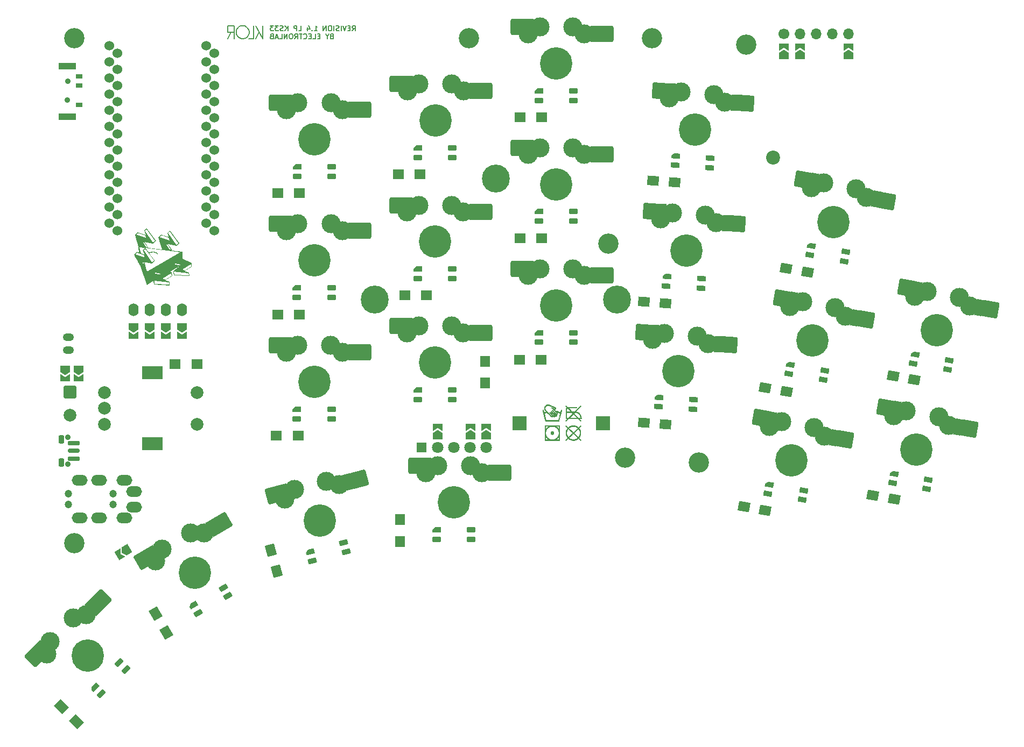
<source format=gbs>
G04 #@! TF.GenerationSoftware,KiCad,Pcbnew,8.0.4-8.0.4-0~ubuntu22.04.1*
G04 #@! TF.CreationDate,2024-09-04T00:25:38+02:00*
G04 #@! TF.ProjectId,klor1_4_LP_KS33,6b6c6f72-315f-4345-9f4c-505f4b533333,v1.4.0 LP KS33*
G04 #@! TF.SameCoordinates,Original*
G04 #@! TF.FileFunction,Soldermask,Bot*
G04 #@! TF.FilePolarity,Negative*
%FSLAX46Y46*%
G04 Gerber Fmt 4.6, Leading zero omitted, Abs format (unit mm)*
G04 Created by KiCad (PCBNEW 8.0.4-8.0.4-0~ubuntu22.04.1) date 2024-09-04 00:25:38*
%MOMM*%
%LPD*%
G01*
G04 APERTURE LIST*
G04 Aperture macros list*
%AMRoundRect*
0 Rectangle with rounded corners*
0 $1 Rounding radius*
0 $2 $3 $4 $5 $6 $7 $8 $9 X,Y pos of 4 corners*
0 Add a 4 corners polygon primitive as box body*
4,1,4,$2,$3,$4,$5,$6,$7,$8,$9,$2,$3,0*
0 Add four circle primitives for the rounded corners*
1,1,$1+$1,$2,$3*
1,1,$1+$1,$4,$5*
1,1,$1+$1,$6,$7*
1,1,$1+$1,$8,$9*
0 Add four rect primitives between the rounded corners*
20,1,$1+$1,$2,$3,$4,$5,0*
20,1,$1+$1,$4,$5,$6,$7,0*
20,1,$1+$1,$6,$7,$8,$9,0*
20,1,$1+$1,$8,$9,$2,$3,0*%
%AMRotRect*
0 Rectangle, with rotation*
0 The origin of the aperture is its center*
0 $1 length*
0 $2 width*
0 $3 Rotation angle, in degrees counterclockwise*
0 Add horizontal line*
21,1,$1,$2,0,0,$3*%
%AMFreePoly0*
4,1,18,-0.410000,0.593000,-0.403758,0.624380,-0.385983,0.650983,-0.359380,0.668758,-0.328000,0.675000,0.000000,0.675000,0.410000,0.265000,0.410000,-0.593000,0.403758,-0.624380,0.385983,-0.650983,0.359380,-0.668758,0.328000,-0.675000,-0.328000,-0.675000,-0.359380,-0.668758,-0.385983,-0.650983,-0.403758,-0.624380,-0.410000,-0.593000,-0.410000,0.593000,-0.410000,0.593000,$1*%
%AMFreePoly1*
4,1,6,1.000000,0.000000,0.500000,-0.750000,-0.500000,-0.750000,-0.500000,0.750000,0.500000,0.750000,1.000000,0.000000,1.000000,0.000000,$1*%
%AMFreePoly2*
4,1,6,0.500000,-0.750000,-0.650000,-0.750000,-0.150000,0.000000,-0.650000,0.750000,0.500000,0.750000,0.500000,-0.750000,0.500000,-0.750000,$1*%
G04 Aperture macros list end*
%ADD10C,0.150000*%
%ADD11C,0.000000*%
%ADD12C,0.000001*%
%ADD13C,3.000000*%
%ADD14C,5.100000*%
%ADD15RoundRect,0.082000X0.651245X0.187383X0.187383X0.651245X-0.651245X-0.187383X-0.187383X-0.651245X0*%
%ADD16FreePoly0,135.000000*%
%ADD17RoundRect,0.255000X0.035355X1.477853X-1.477853X-0.035355X-0.035355X-1.477853X1.477853X0.035355X0*%
%ADD18RotRect,1.200000X2.550000X45.000000*%
%ADD19RotRect,1.200000X2.550000X225.000000*%
%ADD20RoundRect,0.082000X0.593000X-0.328000X0.593000X0.328000X-0.593000X0.328000X-0.593000X-0.328000X0*%
%ADD21FreePoly0,90.000000*%
%ADD22RoundRect,0.255000X1.070000X1.020000X-1.070000X1.020000X-1.070000X-1.020000X1.070000X-1.020000X0*%
%ADD23R,1.200000X2.550000*%
%ADD24RoundRect,0.082000X0.568675X-0.368567X0.614436X0.285835X-0.568675X0.368567X-0.614436X-0.285835X0*%
%ADD25FreePoly0,86.000000*%
%ADD26RoundRect,0.255000X1.138545X0.942876X-0.996242X1.092155X-1.138545X-0.942876X0.996242X-1.092155X0*%
%ADD27RotRect,1.200000X2.550000X356.000000*%
%ADD28RotRect,1.200000X2.550000X176.000000*%
%ADD29RoundRect,0.082000X0.657687X-0.163344X0.487901X0.470303X-0.657687X0.163344X-0.487901X-0.470303X0*%
%ADD30FreePoly0,105.000000*%
%ADD31RoundRect,0.255000X0.769545X1.262181X-1.297536X0.708308X-0.769545X-1.262181X1.297536X-0.708308X0*%
%ADD32RotRect,1.200000X2.550000X15.000000*%
%ADD33RotRect,1.200000X2.550000X195.000000*%
%ADD34RoundRect,0.082000X0.527034X-0.425990X0.640948X0.220044X-0.527034X0.425990X-0.640948X-0.220044X0*%
%ADD35FreePoly0,80.000000*%
%ADD36RoundRect,0.255000X1.230865X0.818700X-0.876623X1.190307X-1.230865X-0.818700X0.876623X-1.190307X0*%
%ADD37RotRect,1.200000X2.550000X350.000000*%
%ADD38RotRect,1.200000X2.550000X170.000000*%
%ADD39RoundRect,0.082000X0.677553X0.012444X0.349553X0.580556X-0.677553X-0.012444X-0.349553X-0.580556X0*%
%ADD40FreePoly0,120.000000*%
%ADD41RoundRect,0.255000X0.416647X1.418346X-1.436647X0.348346X-0.416647X-1.418346X1.436647X-0.348346X0*%
%ADD42RotRect,1.200000X2.550000X30.000000*%
%ADD43RotRect,1.200000X2.550000X210.000000*%
%ADD44C,3.200000*%
%ADD45RotRect,1.800000X1.500000X350.000000*%
%ADD46R,1.800000X1.500000*%
%ADD47RotRect,1.800000X1.500000X356.000000*%
%ADD48RotRect,1.800000X1.500000X105.000000*%
%ADD49R,2.200000X2.200000*%
%ADD50C,2.200000*%
%ADD51C,2.000000*%
%ADD52R,3.200000X2.000000*%
%ADD53O,1.600000X2.000000*%
%ADD54C,1.200000*%
%ADD55O,2.500000X1.700000*%
%ADD56RotRect,1.800000X1.500000X120.000000*%
%ADD57O,1.750000X1.200000*%
%ADD58C,0.900000*%
%ADD59RoundRect,0.187500X-0.712500X0.187500X-0.712500X-0.187500X0.712500X-0.187500X0.712500X0.187500X0*%
%ADD60RoundRect,0.150000X-0.750000X0.150000X-0.750000X-0.150000X0.750000X-0.150000X0.750000X0.150000X0*%
%ADD61RoundRect,0.225000X-0.225000X0.425000X-0.225000X-0.425000X0.225000X-0.425000X0.225000X0.425000X0*%
%ADD62C,4.400000*%
%ADD63RotRect,1.800000X1.500000X135.000000*%
%ADD64R,1.500000X1.800000*%
%ADD65RoundRect,0.142858X-0.857142X0.857142X-0.857142X-0.857142X0.857142X-0.857142X0.857142X0.857142X0*%
%ADD66R,1.000000X0.700000*%
%ADD67R,2.800000X1.000000*%
%ADD68R,1.524000X1.524000*%
%ADD69C,1.800000*%
%ADD70C,1.524000*%
%ADD71FreePoly1,270.000000*%
%ADD72FreePoly2,270.000000*%
%ADD73FreePoly1,90.000000*%
%ADD74FreePoly2,90.000000*%
%ADD75FreePoly1,210.000000*%
%ADD76FreePoly2,210.000000*%
%ADD77C,1.700000*%
%ADD78O,1.700000X1.700000*%
G04 APERTURE END LIST*
D10*
X110814594Y-54746932D02*
X110802748Y-54590367D01*
X110768374Y-54441215D01*
X110713215Y-54301221D01*
X110610353Y-54131821D01*
X110477775Y-53985936D01*
X110319616Y-53867699D01*
X110140009Y-53781245D01*
X109993716Y-53739749D01*
X109839429Y-53720200D01*
X109786525Y-53718863D01*
X112905000Y-55809270D02*
X112905000Y-53718864D01*
X107456236Y-54781201D02*
X107456236Y-53753133D01*
X109786525Y-53718863D02*
X109629960Y-53730708D01*
X109480809Y-53765082D01*
X109340815Y-53820241D01*
X109171415Y-53923103D01*
X109025530Y-54055681D01*
X108907293Y-54213840D01*
X108820839Y-54393447D01*
X108779343Y-54539740D01*
X108759794Y-54694027D01*
X108758457Y-54746932D01*
X107936003Y-54781201D02*
X107421968Y-55809270D01*
X108484304Y-54781201D02*
X108484304Y-55809270D01*
X108758457Y-54746932D02*
X108758457Y-54746932D01*
D11*
G36*
X95694784Y-88040876D02*
G01*
X93980908Y-87695563D01*
X93988414Y-87697078D01*
X94414731Y-87783171D01*
X94906841Y-88591738D01*
X94971617Y-88698170D01*
X97083542Y-88930317D01*
X97080143Y-88915588D01*
X96866762Y-88179517D01*
X97817801Y-88179517D01*
X98258597Y-88975384D01*
X98497251Y-89001842D01*
X98021530Y-88220263D01*
X97817802Y-88178988D01*
X97817801Y-88179517D01*
X96866762Y-88179517D01*
X96529280Y-87015351D01*
X98401031Y-87623220D01*
X96529280Y-87014821D01*
X96570622Y-86977251D01*
X96706022Y-86977251D01*
X98257009Y-87481017D01*
X98123660Y-87088905D01*
X96997593Y-86712138D01*
X96997593Y-86712667D01*
X96706022Y-86977251D01*
X96570622Y-86977251D01*
X96975897Y-86608951D01*
X96975897Y-86609480D01*
X98195097Y-87017467D01*
X98352987Y-87481017D01*
X98401472Y-87623363D01*
X97964483Y-86340134D01*
X98078151Y-86340134D01*
X99373551Y-88258363D01*
X99691051Y-87958855D01*
X98334268Y-86107830D01*
X98078151Y-86340134D01*
X97964483Y-86340134D01*
X97960156Y-86327427D01*
X97959089Y-86325846D01*
X98348026Y-85972892D01*
X99803557Y-87958855D01*
X99811701Y-87969967D01*
X99358205Y-88397534D01*
X97643706Y-88051988D01*
X98078681Y-88139830D01*
X98603200Y-89001842D01*
X98665489Y-89104209D01*
X100314455Y-89285467D01*
X100314455Y-89345308D01*
X100314455Y-90441348D01*
X101778613Y-91086759D01*
X101395380Y-91326492D01*
X100109622Y-92130805D01*
X100110471Y-92131133D01*
X100141423Y-92111755D01*
X100311235Y-92111755D01*
X100697526Y-92260980D01*
X101709822Y-91640267D01*
X101693947Y-91246567D01*
X100311235Y-92111755D01*
X100141423Y-92111755D01*
X101778614Y-91086759D01*
X101800482Y-91640267D01*
X101802426Y-91689479D01*
X100707185Y-92361968D01*
X101388618Y-92625575D01*
X101405427Y-93053143D01*
X101409255Y-93150509D01*
X98938576Y-92989643D01*
X98907994Y-92468413D01*
X98998901Y-92468413D01*
X99024301Y-92903917D01*
X101314535Y-93053143D01*
X101300776Y-92707597D01*
X98998901Y-92468413D01*
X98907994Y-92468413D01*
X98902064Y-92367343D01*
X98902063Y-92367343D01*
X98902064Y-92367342D01*
X100058176Y-91443169D01*
X98390045Y-92405868D01*
X98668701Y-92528738D01*
X98690549Y-93081717D01*
X98692514Y-93131458D01*
X97597382Y-93803880D01*
X97611584Y-93809376D01*
X98278511Y-94067480D01*
X98279235Y-94067555D01*
X98296475Y-94495121D01*
X98300401Y-94592488D01*
X95829722Y-94431622D01*
X95799140Y-93910392D01*
X95889518Y-93910392D01*
X95914918Y-94345896D01*
X98205152Y-94495121D01*
X98191393Y-94149576D01*
X95889518Y-93910392D01*
X95799140Y-93910392D01*
X95798613Y-93901417D01*
X94722135Y-94522666D01*
X94396964Y-93572784D01*
X97000239Y-93572784D01*
X97000761Y-93572986D01*
X97031513Y-93553733D01*
X97201851Y-93553733D01*
X97588143Y-93702959D01*
X98599910Y-93081717D01*
X98584068Y-92688856D01*
X97201851Y-93553733D01*
X97031513Y-93553733D01*
X98668628Y-92528784D01*
X98285590Y-92768471D01*
X97000239Y-93572784D01*
X94396964Y-93572784D01*
X94080880Y-92649447D01*
X94058999Y-92583767D01*
X95998026Y-92583767D01*
X95998026Y-92584296D01*
X96007534Y-92738809D01*
X96788572Y-92896525D01*
X96948872Y-92768471D01*
X95998026Y-92583767D01*
X94058999Y-92583767D01*
X93805976Y-91824261D01*
X94488953Y-91824261D01*
X94722135Y-92528784D01*
X94722135Y-92512867D01*
X94497532Y-91836967D01*
X94488953Y-91824261D01*
X93805976Y-91824261D01*
X93739895Y-91625904D01*
X93734222Y-91614338D01*
X93336502Y-90915309D01*
X93984518Y-90915309D01*
X94352819Y-91460351D01*
X94203065Y-90959229D01*
X94202536Y-90959229D01*
X93984519Y-90915309D01*
X93984518Y-90915309D01*
X93336502Y-90915309D01*
X93316795Y-90880672D01*
X94272707Y-90880672D01*
X94272850Y-90881102D01*
X94274503Y-90881442D01*
X94288779Y-90929232D01*
X94464561Y-91460351D01*
X94773502Y-92393804D01*
X96932440Y-91141788D01*
X99107397Y-91141788D01*
X99107397Y-91142317D01*
X99116905Y-91296830D01*
X99897943Y-91454546D01*
X100058243Y-91326492D01*
X99107397Y-91141788D01*
X96932440Y-91141788D01*
X100030235Y-89345308D01*
X94516009Y-88739054D01*
X95060702Y-89482246D01*
X95082314Y-89463884D01*
X95113748Y-89440765D01*
X95147680Y-89419036D01*
X95183959Y-89398748D01*
X95222434Y-89379952D01*
X95262954Y-89362701D01*
X95305369Y-89347046D01*
X95349527Y-89333039D01*
X95395278Y-89320731D01*
X95442471Y-89310175D01*
X95490956Y-89301421D01*
X95540580Y-89294522D01*
X95591195Y-89289528D01*
X95642648Y-89286493D01*
X95694789Y-89285467D01*
X95732236Y-89285996D01*
X95769428Y-89287571D01*
X95806304Y-89290179D01*
X95842803Y-89293804D01*
X95878861Y-89298431D01*
X95914417Y-89304047D01*
X95949410Y-89310636D01*
X95983777Y-89318185D01*
X96017456Y-89326677D01*
X96050386Y-89336100D01*
X96082505Y-89346438D01*
X96113750Y-89357676D01*
X96144060Y-89369800D01*
X96173373Y-89382796D01*
X96201627Y-89396649D01*
X96228760Y-89411344D01*
X96254580Y-89426786D01*
X96278920Y-89442865D01*
X96301754Y-89459547D01*
X96323056Y-89476797D01*
X96342801Y-89494578D01*
X96360963Y-89512856D01*
X96377517Y-89531595D01*
X96392436Y-89550761D01*
X96405696Y-89570318D01*
X96417270Y-89590231D01*
X96427133Y-89610464D01*
X96435259Y-89630983D01*
X96441623Y-89651752D01*
X96444136Y-89662220D01*
X96446199Y-89672736D01*
X96447809Y-89683298D01*
X96448962Y-89693900D01*
X96449655Y-89704538D01*
X96449885Y-89715208D01*
X96449504Y-89724897D01*
X96448740Y-89734576D01*
X96447594Y-89744239D01*
X96446065Y-89753884D01*
X96444154Y-89763507D01*
X96441862Y-89773104D01*
X96439190Y-89782672D01*
X96436138Y-89792207D01*
X96430775Y-89772291D01*
X96423859Y-89752711D01*
X96415428Y-89733485D01*
X96405523Y-89714634D01*
X96394180Y-89696176D01*
X96381441Y-89678131D01*
X96367343Y-89660518D01*
X96351925Y-89643358D01*
X96335227Y-89626669D01*
X96317287Y-89610471D01*
X96298145Y-89594783D01*
X96277839Y-89579626D01*
X96256409Y-89565017D01*
X96233892Y-89550978D01*
X96210329Y-89537527D01*
X96185758Y-89524684D01*
X96160218Y-89512468D01*
X96133749Y-89500899D01*
X96106388Y-89489997D01*
X96078175Y-89479780D01*
X96049150Y-89470268D01*
X96019350Y-89461481D01*
X95988815Y-89453438D01*
X95957584Y-89446159D01*
X95925695Y-89439664D01*
X95893189Y-89433971D01*
X95860103Y-89429100D01*
X95826477Y-89425070D01*
X95792349Y-89421902D01*
X95757759Y-89419614D01*
X95722745Y-89418227D01*
X95687347Y-89417759D01*
X95642932Y-89418561D01*
X95598947Y-89420829D01*
X95555492Y-89424534D01*
X95512665Y-89429649D01*
X95470564Y-89436145D01*
X95429290Y-89443994D01*
X95388939Y-89453168D01*
X95349612Y-89463637D01*
X95311406Y-89475375D01*
X95274420Y-89488352D01*
X95238754Y-89502541D01*
X95204505Y-89517913D01*
X95171773Y-89534441D01*
X95140656Y-89552094D01*
X95121056Y-89564595D01*
X95945403Y-90689354D01*
X95953547Y-90700467D01*
X95500051Y-91128034D01*
X94272707Y-90880672D01*
X93316795Y-90880672D01*
X93304998Y-90859938D01*
X94169835Y-90859938D01*
X94169889Y-90860103D01*
X94173246Y-90860781D01*
X94173191Y-90860615D01*
X94169835Y-90859938D01*
X93304998Y-90859938D01*
X92925187Y-90192387D01*
X94044909Y-90192387D01*
X94044910Y-90192389D01*
X94543317Y-90354392D01*
X94543317Y-90354391D01*
X94044909Y-90192387D01*
X92925187Y-90192387D01*
X92905307Y-90157446D01*
X93937412Y-90157446D01*
X93937413Y-90157448D01*
X93939746Y-90158206D01*
X93939745Y-90158204D01*
X93937412Y-90157446D01*
X92905307Y-90157446D01*
X92671126Y-89745851D01*
X93464380Y-90003692D01*
X93464380Y-90003691D01*
X92671126Y-89745850D01*
X92713051Y-89707750D01*
X92847870Y-89707750D01*
X94234725Y-90158206D01*
X94398857Y-90211517D01*
X94265507Y-89819404D01*
X93139440Y-89442637D01*
X93139440Y-89443167D01*
X92847870Y-89707750D01*
X92713051Y-89707750D01*
X93117744Y-89339979D01*
X93117744Y-89340508D01*
X93442131Y-89449060D01*
X93397151Y-88525100D01*
X93735395Y-89547196D01*
X93736870Y-89547690D01*
X93432139Y-88630417D01*
X93527894Y-88630417D01*
X93843305Y-89583307D01*
X94336944Y-89748496D01*
X94494654Y-90211517D01*
X94540242Y-90345360D01*
X94106326Y-89070634D01*
X94220527Y-89070634D01*
X95081362Y-90345360D01*
X95087462Y-90354392D01*
X95429431Y-90860781D01*
X95515926Y-90988863D01*
X95833426Y-90689354D01*
X94476643Y-88838329D01*
X94220527Y-89070634D01*
X94106326Y-89070634D01*
X94101999Y-89057922D01*
X94100935Y-89056346D01*
X94457645Y-88732637D01*
X93527894Y-88630417D01*
X93432139Y-88630417D01*
X93397151Y-88525100D01*
X93420968Y-88527718D01*
X93397143Y-88525063D01*
X93197038Y-87822330D01*
X94154381Y-87822330D01*
X94154381Y-87822859D01*
X94565014Y-88564221D01*
X94801022Y-88591738D01*
X94358110Y-87863605D01*
X94154381Y-87822330D01*
X93197038Y-87822330D01*
X93160875Y-87695330D01*
X93979754Y-87695330D01*
X93980724Y-87697078D01*
X93979756Y-87695330D01*
X93979754Y-87695330D01*
X93160875Y-87695330D01*
X92860567Y-86640701D01*
X94738051Y-87266705D01*
X94738050Y-87266704D01*
X92860568Y-86640701D01*
X92901258Y-86605776D01*
X93041015Y-86605776D01*
X94593060Y-87123301D01*
X94460240Y-86732775D01*
X93332586Y-86355480D01*
X93332585Y-86355480D01*
X93041015Y-86605776D01*
X92901258Y-86605776D01*
X93312477Y-86252821D01*
X94531446Y-86660732D01*
X94295667Y-85969189D01*
X95075098Y-87123301D01*
X95694784Y-88040876D01*
G37*
D10*
X107456236Y-53753133D02*
X108484304Y-53753133D01*
D11*
G36*
X96148281Y-87613309D02*
G01*
X95694785Y-88040876D01*
X94305318Y-85983476D01*
X94414731Y-85983476D01*
X95710131Y-87901705D01*
X96027631Y-87602196D01*
X94670848Y-85751171D01*
X94414731Y-85983476D01*
X94305318Y-85983476D01*
X94295669Y-85969188D01*
X94684606Y-85616234D01*
X96140136Y-87602196D01*
X96148281Y-87613309D01*
G37*
D10*
X111534242Y-55775001D02*
X111534242Y-53718864D01*
D12*
X158468562Y-117585385D02*
X158480532Y-117586297D01*
X158492309Y-117587798D01*
X158503880Y-117589872D01*
X158515231Y-117592504D01*
X158526349Y-117595678D01*
X158537221Y-117599379D01*
X158547832Y-117603592D01*
X158558170Y-117608300D01*
X158568220Y-117613489D01*
X158577969Y-117619143D01*
X158587404Y-117625247D01*
X158596511Y-117631784D01*
X158605276Y-117638740D01*
X158613686Y-117646098D01*
X158621727Y-117653844D01*
X158629386Y-117661962D01*
X158636649Y-117670437D01*
X158643503Y-117679252D01*
X158649934Y-117688393D01*
X158655928Y-117697843D01*
X158661472Y-117707589D01*
X158666553Y-117717613D01*
X158671156Y-117727900D01*
X158675268Y-117738436D01*
X158678876Y-117749204D01*
X158681967Y-117760189D01*
X158684525Y-117771375D01*
X158686539Y-117782747D01*
X158687994Y-117794290D01*
X158688878Y-117805988D01*
X158689175Y-117817825D01*
X158688878Y-117829973D01*
X158687994Y-117841942D01*
X158686539Y-117853718D01*
X158684525Y-117865288D01*
X158681967Y-117876639D01*
X158678876Y-117887757D01*
X158675268Y-117898628D01*
X158671156Y-117909238D01*
X158666553Y-117919575D01*
X158661472Y-117929625D01*
X158655928Y-117939374D01*
X158649934Y-117948808D01*
X158643503Y-117957914D01*
X158636649Y-117966679D01*
X158629386Y-117975088D01*
X158621727Y-117983129D01*
X158613686Y-117990788D01*
X158605276Y-117998050D01*
X158596511Y-118004904D01*
X158587404Y-118011334D01*
X158577969Y-118017328D01*
X158568220Y-118022872D01*
X158558170Y-118027952D01*
X158547832Y-118032555D01*
X158537221Y-118036667D01*
X158526349Y-118040275D01*
X158515231Y-118043365D01*
X158503880Y-118045924D01*
X158492309Y-118047937D01*
X158480532Y-118049393D01*
X158468562Y-118050276D01*
X158456414Y-118050573D01*
X158444266Y-118050276D01*
X158432296Y-118049393D01*
X158420519Y-118047937D01*
X158408949Y-118045924D01*
X158397597Y-118043365D01*
X158386479Y-118040275D01*
X158375607Y-118036667D01*
X158364996Y-118032555D01*
X158354658Y-118027952D01*
X158344608Y-118022872D01*
X158334859Y-118017328D01*
X158325424Y-118011334D01*
X158316317Y-118004904D01*
X158307552Y-117998050D01*
X158299142Y-117990788D01*
X158291101Y-117983129D01*
X158283442Y-117975088D01*
X158276179Y-117966679D01*
X158269325Y-117957914D01*
X158262894Y-117948808D01*
X158256900Y-117939374D01*
X158251356Y-117929625D01*
X158246276Y-117919575D01*
X158241672Y-117909238D01*
X158237560Y-117898628D01*
X158233952Y-117887757D01*
X158230861Y-117876639D01*
X158228303Y-117865288D01*
X158226289Y-117853718D01*
X158224834Y-117841942D01*
X158223950Y-117829973D01*
X158223653Y-117817825D01*
X158223950Y-117805678D01*
X158224834Y-117793709D01*
X158226289Y-117781933D01*
X158228303Y-117770363D01*
X158230861Y-117759012D01*
X158233952Y-117747894D01*
X158237560Y-117737023D01*
X158241672Y-117726412D01*
X158246276Y-117716075D01*
X158251356Y-117706026D01*
X158256900Y-117696277D01*
X158262894Y-117686843D01*
X158269325Y-117677737D01*
X158276179Y-117668972D01*
X158283442Y-117660563D01*
X158291101Y-117652522D01*
X158299142Y-117644863D01*
X158307552Y-117637600D01*
X158316317Y-117630747D01*
X158325424Y-117624317D01*
X158334859Y-117618323D01*
X158344608Y-117612779D01*
X158354658Y-117607699D01*
X158364996Y-117603096D01*
X158375607Y-117598984D01*
X158386479Y-117595376D01*
X158397597Y-117592286D01*
X158408949Y-117589727D01*
X158420519Y-117587713D01*
X158432296Y-117586258D01*
X158444266Y-117585375D01*
X158456414Y-117585078D01*
X158468562Y-117585385D01*
G36*
X158468562Y-117585385D02*
G01*
X158480532Y-117586297D01*
X158492309Y-117587798D01*
X158503880Y-117589872D01*
X158515231Y-117592504D01*
X158526349Y-117595678D01*
X158537221Y-117599379D01*
X158547832Y-117603592D01*
X158558170Y-117608300D01*
X158568220Y-117613489D01*
X158577969Y-117619143D01*
X158587404Y-117625247D01*
X158596511Y-117631784D01*
X158605276Y-117638740D01*
X158613686Y-117646098D01*
X158621727Y-117653844D01*
X158629386Y-117661962D01*
X158636649Y-117670437D01*
X158643503Y-117679252D01*
X158649934Y-117688393D01*
X158655928Y-117697843D01*
X158661472Y-117707589D01*
X158666553Y-117717613D01*
X158671156Y-117727900D01*
X158675268Y-117738436D01*
X158678876Y-117749204D01*
X158681967Y-117760189D01*
X158684525Y-117771375D01*
X158686539Y-117782747D01*
X158687994Y-117794290D01*
X158688878Y-117805988D01*
X158689175Y-117817825D01*
X158688878Y-117829973D01*
X158687994Y-117841942D01*
X158686539Y-117853718D01*
X158684525Y-117865288D01*
X158681967Y-117876639D01*
X158678876Y-117887757D01*
X158675268Y-117898628D01*
X158671156Y-117909238D01*
X158666553Y-117919575D01*
X158661472Y-117929625D01*
X158655928Y-117939374D01*
X158649934Y-117948808D01*
X158643503Y-117957914D01*
X158636649Y-117966679D01*
X158629386Y-117975088D01*
X158621727Y-117983129D01*
X158613686Y-117990788D01*
X158605276Y-117998050D01*
X158596511Y-118004904D01*
X158587404Y-118011334D01*
X158577969Y-118017328D01*
X158568220Y-118022872D01*
X158558170Y-118027952D01*
X158547832Y-118032555D01*
X158537221Y-118036667D01*
X158526349Y-118040275D01*
X158515231Y-118043365D01*
X158503880Y-118045924D01*
X158492309Y-118047937D01*
X158480532Y-118049393D01*
X158468562Y-118050276D01*
X158456414Y-118050573D01*
X158444266Y-118050276D01*
X158432296Y-118049393D01*
X158420519Y-118047937D01*
X158408949Y-118045924D01*
X158397597Y-118043365D01*
X158386479Y-118040275D01*
X158375607Y-118036667D01*
X158364996Y-118032555D01*
X158354658Y-118027952D01*
X158344608Y-118022872D01*
X158334859Y-118017328D01*
X158325424Y-118011334D01*
X158316317Y-118004904D01*
X158307552Y-117998050D01*
X158299142Y-117990788D01*
X158291101Y-117983129D01*
X158283442Y-117975088D01*
X158276179Y-117966679D01*
X158269325Y-117957914D01*
X158262894Y-117948808D01*
X158256900Y-117939374D01*
X158251356Y-117929625D01*
X158246276Y-117919575D01*
X158241672Y-117909238D01*
X158237560Y-117898628D01*
X158233952Y-117887757D01*
X158230861Y-117876639D01*
X158228303Y-117865288D01*
X158226289Y-117853718D01*
X158224834Y-117841942D01*
X158223950Y-117829973D01*
X158223653Y-117817825D01*
X158223950Y-117805678D01*
X158224834Y-117793709D01*
X158226289Y-117781933D01*
X158228303Y-117770363D01*
X158230861Y-117759012D01*
X158233952Y-117747894D01*
X158237560Y-117737023D01*
X158241672Y-117726412D01*
X158246276Y-117716075D01*
X158251356Y-117706026D01*
X158256900Y-117696277D01*
X158262894Y-117686843D01*
X158269325Y-117677737D01*
X158276179Y-117668972D01*
X158283442Y-117660563D01*
X158291101Y-117652522D01*
X158299142Y-117644863D01*
X158307552Y-117637600D01*
X158316317Y-117630747D01*
X158325424Y-117624317D01*
X158334859Y-117618323D01*
X158344608Y-117612779D01*
X158354658Y-117607699D01*
X158364996Y-117603096D01*
X158375607Y-117598984D01*
X158386479Y-117595376D01*
X158397597Y-117592286D01*
X158408949Y-117589727D01*
X158420519Y-117587713D01*
X158432296Y-117586258D01*
X158444266Y-117585375D01*
X158456414Y-117585078D01*
X158468562Y-117585385D01*
G37*
D10*
X108758457Y-54746932D02*
X108770302Y-54903496D01*
X108804676Y-55052647D01*
X108859835Y-55192641D01*
X108962697Y-55362041D01*
X109095275Y-55507926D01*
X109253434Y-55626163D01*
X109433040Y-55712617D01*
X109579333Y-55754113D01*
X109733620Y-55773662D01*
X109786525Y-55775000D01*
D12*
X159627273Y-117817825D02*
X159627273Y-118350324D01*
X159627273Y-118992143D01*
X157282029Y-118992143D01*
X157282029Y-118861663D01*
X157412516Y-118861663D01*
X157923885Y-118861663D01*
X157883349Y-118839726D01*
X157843763Y-118816260D01*
X157805170Y-118791306D01*
X157767609Y-118764906D01*
X157731123Y-118737100D01*
X157695753Y-118707931D01*
X157661540Y-118677439D01*
X157628526Y-118645667D01*
X157596751Y-118612654D01*
X157566258Y-118578443D01*
X157537087Y-118543075D01*
X157509280Y-118506591D01*
X157482878Y-118469033D01*
X157457922Y-118430441D01*
X157434455Y-118390858D01*
X157412516Y-118350324D01*
X157412516Y-118861663D01*
X157282029Y-118861663D01*
X157282029Y-117817825D01*
X157412516Y-117817825D01*
X157413879Y-117871393D01*
X157417924Y-117924275D01*
X157424585Y-117976404D01*
X157433794Y-118027713D01*
X157445485Y-118078136D01*
X157459592Y-118127607D01*
X157476048Y-118176059D01*
X157494787Y-118223426D01*
X157515742Y-118269640D01*
X157538847Y-118314636D01*
X157564036Y-118358347D01*
X157591241Y-118400707D01*
X157620396Y-118441649D01*
X157651434Y-118481106D01*
X157684290Y-118519012D01*
X157718897Y-118555301D01*
X157755187Y-118589905D01*
X157793096Y-118622759D01*
X157832555Y-118653796D01*
X157873499Y-118682949D01*
X157915861Y-118710153D01*
X157959575Y-118735340D01*
X158004573Y-118758443D01*
X158050791Y-118779397D01*
X158098160Y-118798135D01*
X158146614Y-118814591D01*
X158196088Y-118828697D01*
X158246514Y-118840387D01*
X158297827Y-118849596D01*
X158349958Y-118856256D01*
X158402843Y-118860300D01*
X158456414Y-118861663D01*
X158988943Y-118861663D01*
X159500312Y-118861663D01*
X159500312Y-118350324D01*
X159478374Y-118390858D01*
X159454906Y-118430441D01*
X159429951Y-118469033D01*
X159403549Y-118506591D01*
X159375742Y-118543075D01*
X159346571Y-118578443D01*
X159316077Y-118612654D01*
X159284303Y-118645667D01*
X159251288Y-118677439D01*
X159217076Y-118707931D01*
X159181705Y-118737100D01*
X159145219Y-118764906D01*
X159107659Y-118791306D01*
X159069065Y-118816260D01*
X159029480Y-118839726D01*
X158988943Y-118861663D01*
X158456414Y-118861663D01*
X158509985Y-118860300D01*
X158562870Y-118856256D01*
X158615001Y-118849596D01*
X158666314Y-118840387D01*
X158716740Y-118828697D01*
X158766214Y-118814591D01*
X158814668Y-118798135D01*
X158862038Y-118779397D01*
X158908255Y-118758443D01*
X158953254Y-118735340D01*
X158996967Y-118710153D01*
X159039329Y-118682949D01*
X159080273Y-118653796D01*
X159119733Y-118622759D01*
X159157641Y-118589905D01*
X159193932Y-118555301D01*
X159228538Y-118519012D01*
X159261394Y-118481106D01*
X159292433Y-118441649D01*
X159321588Y-118400707D01*
X159348793Y-118358347D01*
X159373981Y-118314636D01*
X159397086Y-118269640D01*
X159418041Y-118223426D01*
X159436780Y-118176059D01*
X159453237Y-118127607D01*
X159467344Y-118078136D01*
X159479035Y-118027713D01*
X159488244Y-117976404D01*
X159494904Y-117924275D01*
X159498949Y-117871393D01*
X159500312Y-117817825D01*
X159498949Y-117764257D01*
X159494904Y-117711376D01*
X159488244Y-117659247D01*
X159479035Y-117607938D01*
X159467344Y-117557515D01*
X159453237Y-117508044D01*
X159436780Y-117459592D01*
X159418041Y-117412225D01*
X159397086Y-117366011D01*
X159373981Y-117321014D01*
X159348793Y-117277303D01*
X159321588Y-117234944D01*
X159292433Y-117194002D01*
X159261394Y-117154545D01*
X159228538Y-117116639D01*
X159193932Y-117080350D01*
X159157641Y-117045746D01*
X159119733Y-117012892D01*
X159080273Y-116981855D01*
X159039329Y-116952701D01*
X158996967Y-116925498D01*
X158953254Y-116900311D01*
X158908255Y-116877208D01*
X158862038Y-116856254D01*
X158814668Y-116837516D01*
X158766214Y-116821060D01*
X158716740Y-116806954D01*
X158666314Y-116795263D01*
X158615001Y-116786055D01*
X158562870Y-116779395D01*
X158509985Y-116775350D01*
X158456414Y-116773987D01*
X158988943Y-116773987D01*
X159029480Y-116795925D01*
X159069065Y-116819391D01*
X159107659Y-116844345D01*
X159145219Y-116870745D01*
X159181705Y-116898550D01*
X159217076Y-116927720D01*
X159251288Y-116958211D01*
X159284303Y-116989984D01*
X159316077Y-117022997D01*
X159346571Y-117057208D01*
X159375742Y-117092576D01*
X159403549Y-117129060D01*
X159429951Y-117166618D01*
X159454906Y-117205210D01*
X159478374Y-117244793D01*
X159500312Y-117285327D01*
X159500312Y-116773987D01*
X158988943Y-116773987D01*
X158456414Y-116773987D01*
X158402843Y-116775350D01*
X158349958Y-116779395D01*
X158297827Y-116786055D01*
X158246514Y-116795263D01*
X158196088Y-116806954D01*
X158146614Y-116821060D01*
X158098160Y-116837516D01*
X158050791Y-116856254D01*
X158004573Y-116877208D01*
X157959575Y-116900311D01*
X157915861Y-116925498D01*
X157873499Y-116952701D01*
X157832555Y-116981855D01*
X157793096Y-117012892D01*
X157755187Y-117045746D01*
X157718897Y-117080350D01*
X157684290Y-117116639D01*
X157651434Y-117154545D01*
X157620396Y-117194002D01*
X157591241Y-117234944D01*
X157564036Y-117277303D01*
X157538847Y-117321014D01*
X157515742Y-117366011D01*
X157494787Y-117412225D01*
X157476048Y-117459592D01*
X157459592Y-117508044D01*
X157445485Y-117557515D01*
X157433794Y-117607938D01*
X157424585Y-117659247D01*
X157417924Y-117711376D01*
X157413879Y-117764257D01*
X157412516Y-117817825D01*
X157282029Y-117817825D01*
X157282029Y-117285327D01*
X157412516Y-117285327D01*
X157434455Y-117244793D01*
X157457922Y-117205210D01*
X157482878Y-117166618D01*
X157509280Y-117129060D01*
X157537087Y-117092576D01*
X157566258Y-117057208D01*
X157596751Y-117022997D01*
X157628526Y-116989984D01*
X157661540Y-116958211D01*
X157695753Y-116927720D01*
X157731123Y-116898550D01*
X157767609Y-116870745D01*
X157805170Y-116844345D01*
X157843763Y-116819391D01*
X157883349Y-116795925D01*
X157923885Y-116773987D01*
X157412516Y-116773987D01*
X157412516Y-117285327D01*
X157282029Y-117285327D01*
X157282029Y-116647034D01*
X159627273Y-116647034D01*
X159627273Y-117285327D01*
X159627273Y-117817825D01*
G36*
X159627273Y-117817825D02*
G01*
X159627273Y-118350324D01*
X159627273Y-118992143D01*
X157282029Y-118992143D01*
X157282029Y-118861663D01*
X157412516Y-118861663D01*
X157923885Y-118861663D01*
X157883349Y-118839726D01*
X157843763Y-118816260D01*
X157805170Y-118791306D01*
X157767609Y-118764906D01*
X157731123Y-118737100D01*
X157695753Y-118707931D01*
X157661540Y-118677439D01*
X157628526Y-118645667D01*
X157596751Y-118612654D01*
X157566258Y-118578443D01*
X157537087Y-118543075D01*
X157509280Y-118506591D01*
X157482878Y-118469033D01*
X157457922Y-118430441D01*
X157434455Y-118390858D01*
X157412516Y-118350324D01*
X157412516Y-118861663D01*
X157282029Y-118861663D01*
X157282029Y-117817825D01*
X157412516Y-117817825D01*
X157413879Y-117871393D01*
X157417924Y-117924275D01*
X157424585Y-117976404D01*
X157433794Y-118027713D01*
X157445485Y-118078136D01*
X157459592Y-118127607D01*
X157476048Y-118176059D01*
X157494787Y-118223426D01*
X157515742Y-118269640D01*
X157538847Y-118314636D01*
X157564036Y-118358347D01*
X157591241Y-118400707D01*
X157620396Y-118441649D01*
X157651434Y-118481106D01*
X157684290Y-118519012D01*
X157718897Y-118555301D01*
X157755187Y-118589905D01*
X157793096Y-118622759D01*
X157832555Y-118653796D01*
X157873499Y-118682949D01*
X157915861Y-118710153D01*
X157959575Y-118735340D01*
X158004573Y-118758443D01*
X158050791Y-118779397D01*
X158098160Y-118798135D01*
X158146614Y-118814591D01*
X158196088Y-118828697D01*
X158246514Y-118840387D01*
X158297827Y-118849596D01*
X158349958Y-118856256D01*
X158402843Y-118860300D01*
X158456414Y-118861663D01*
X158988943Y-118861663D01*
X159500312Y-118861663D01*
X159500312Y-118350324D01*
X159478374Y-118390858D01*
X159454906Y-118430441D01*
X159429951Y-118469033D01*
X159403549Y-118506591D01*
X159375742Y-118543075D01*
X159346571Y-118578443D01*
X159316077Y-118612654D01*
X159284303Y-118645667D01*
X159251288Y-118677439D01*
X159217076Y-118707931D01*
X159181705Y-118737100D01*
X159145219Y-118764906D01*
X159107659Y-118791306D01*
X159069065Y-118816260D01*
X159029480Y-118839726D01*
X158988943Y-118861663D01*
X158456414Y-118861663D01*
X158509985Y-118860300D01*
X158562870Y-118856256D01*
X158615001Y-118849596D01*
X158666314Y-118840387D01*
X158716740Y-118828697D01*
X158766214Y-118814591D01*
X158814668Y-118798135D01*
X158862038Y-118779397D01*
X158908255Y-118758443D01*
X158953254Y-118735340D01*
X158996967Y-118710153D01*
X159039329Y-118682949D01*
X159080273Y-118653796D01*
X159119733Y-118622759D01*
X159157641Y-118589905D01*
X159193932Y-118555301D01*
X159228538Y-118519012D01*
X159261394Y-118481106D01*
X159292433Y-118441649D01*
X159321588Y-118400707D01*
X159348793Y-118358347D01*
X159373981Y-118314636D01*
X159397086Y-118269640D01*
X159418041Y-118223426D01*
X159436780Y-118176059D01*
X159453237Y-118127607D01*
X159467344Y-118078136D01*
X159479035Y-118027713D01*
X159488244Y-117976404D01*
X159494904Y-117924275D01*
X159498949Y-117871393D01*
X159500312Y-117817825D01*
X159498949Y-117764257D01*
X159494904Y-117711376D01*
X159488244Y-117659247D01*
X159479035Y-117607938D01*
X159467344Y-117557515D01*
X159453237Y-117508044D01*
X159436780Y-117459592D01*
X159418041Y-117412225D01*
X159397086Y-117366011D01*
X159373981Y-117321014D01*
X159348793Y-117277303D01*
X159321588Y-117234944D01*
X159292433Y-117194002D01*
X159261394Y-117154545D01*
X159228538Y-117116639D01*
X159193932Y-117080350D01*
X159157641Y-117045746D01*
X159119733Y-117012892D01*
X159080273Y-116981855D01*
X159039329Y-116952701D01*
X158996967Y-116925498D01*
X158953254Y-116900311D01*
X158908255Y-116877208D01*
X158862038Y-116856254D01*
X158814668Y-116837516D01*
X158766214Y-116821060D01*
X158716740Y-116806954D01*
X158666314Y-116795263D01*
X158615001Y-116786055D01*
X158562870Y-116779395D01*
X158509985Y-116775350D01*
X158456414Y-116773987D01*
X158988943Y-116773987D01*
X159029480Y-116795925D01*
X159069065Y-116819391D01*
X159107659Y-116844345D01*
X159145219Y-116870745D01*
X159181705Y-116898550D01*
X159217076Y-116927720D01*
X159251288Y-116958211D01*
X159284303Y-116989984D01*
X159316077Y-117022997D01*
X159346571Y-117057208D01*
X159375742Y-117092576D01*
X159403549Y-117129060D01*
X159429951Y-117166618D01*
X159454906Y-117205210D01*
X159478374Y-117244793D01*
X159500312Y-117285327D01*
X159500312Y-116773987D01*
X158988943Y-116773987D01*
X158456414Y-116773987D01*
X158402843Y-116775350D01*
X158349958Y-116779395D01*
X158297827Y-116786055D01*
X158246514Y-116795263D01*
X158196088Y-116806954D01*
X158146614Y-116821060D01*
X158098160Y-116837516D01*
X158050791Y-116856254D01*
X158004573Y-116877208D01*
X157959575Y-116900311D01*
X157915861Y-116925498D01*
X157873499Y-116952701D01*
X157832555Y-116981855D01*
X157793096Y-117012892D01*
X157755187Y-117045746D01*
X157718897Y-117080350D01*
X157684290Y-117116639D01*
X157651434Y-117154545D01*
X157620396Y-117194002D01*
X157591241Y-117234944D01*
X157564036Y-117277303D01*
X157538847Y-117321014D01*
X157515742Y-117366011D01*
X157494787Y-117412225D01*
X157476048Y-117459592D01*
X157459592Y-117508044D01*
X157445485Y-117557515D01*
X157433794Y-117607938D01*
X157424585Y-117659247D01*
X157417924Y-117711376D01*
X157413879Y-117764257D01*
X157412516Y-117817825D01*
X157282029Y-117817825D01*
X157282029Y-117285327D01*
X157412516Y-117285327D01*
X157434455Y-117244793D01*
X157457922Y-117205210D01*
X157482878Y-117166618D01*
X157509280Y-117129060D01*
X157537087Y-117092576D01*
X157566258Y-117057208D01*
X157596751Y-117022997D01*
X157628526Y-116989984D01*
X157661540Y-116958211D01*
X157695753Y-116927720D01*
X157731123Y-116898550D01*
X157767609Y-116870745D01*
X157805170Y-116844345D01*
X157843763Y-116819391D01*
X157883349Y-116795925D01*
X157923885Y-116773987D01*
X157412516Y-116773987D01*
X157412516Y-117285327D01*
X157282029Y-117285327D01*
X157282029Y-116647034D01*
X159627273Y-116647034D01*
X159627273Y-117285327D01*
X159627273Y-117817825D01*
G37*
X157005507Y-114182081D02*
X157003421Y-114182025D01*
X157006949Y-114182025D01*
X157005507Y-114182081D01*
G36*
X157005507Y-114182081D02*
G01*
X157003421Y-114182025D01*
X157006949Y-114182025D01*
X157005507Y-114182081D01*
G37*
D10*
X109786525Y-55775000D02*
X109943089Y-55763154D01*
X110092241Y-55728780D01*
X110232235Y-55673621D01*
X110401635Y-55570759D01*
X110547520Y-55438181D01*
X110665757Y-55280022D01*
X110752211Y-55100416D01*
X110793707Y-54954123D01*
X110813256Y-54799836D01*
X110814594Y-54746932D01*
D12*
X162635532Y-117038473D02*
X162669701Y-117078220D01*
X162702078Y-117119403D01*
X162732605Y-117161971D01*
X162761225Y-117205871D01*
X162787883Y-117251052D01*
X162812521Y-117297463D01*
X162835082Y-117345051D01*
X162855509Y-117393766D01*
X162873746Y-117443555D01*
X162889736Y-117494367D01*
X162903422Y-117546150D01*
X162914746Y-117598853D01*
X162923653Y-117652424D01*
X162930086Y-117706810D01*
X162933987Y-117761961D01*
X162935300Y-117817825D01*
X162935300Y-117817826D01*
X162933987Y-117873728D01*
X162930086Y-117928985D01*
X162923653Y-117983530D01*
X162914746Y-118037294D01*
X162903422Y-118090211D01*
X162889736Y-118142213D01*
X162873746Y-118193235D01*
X162855509Y-118243207D01*
X162835082Y-118292064D01*
X162812521Y-118339738D01*
X162787883Y-118386161D01*
X162761225Y-118431268D01*
X162732605Y-118474990D01*
X162702078Y-118517260D01*
X162669701Y-118558012D01*
X162635532Y-118597178D01*
X162967040Y-118928666D01*
X162875347Y-119020355D01*
X162543839Y-118688866D01*
X162504089Y-118723033D01*
X162462904Y-118755408D01*
X162420334Y-118785933D01*
X162376431Y-118814552D01*
X162331248Y-118841208D01*
X162284834Y-118865844D01*
X162237243Y-118888404D01*
X162188525Y-118908830D01*
X162138733Y-118927066D01*
X162087919Y-118943055D01*
X162036132Y-118956740D01*
X161983427Y-118968064D01*
X161929853Y-118976971D01*
X161875463Y-118983403D01*
X161820309Y-118987304D01*
X161764442Y-118988617D01*
X161708536Y-118987304D01*
X161653276Y-118983403D01*
X161598728Y-118976971D01*
X161544961Y-118968064D01*
X161492041Y-118956740D01*
X161440035Y-118943055D01*
X161389011Y-118927066D01*
X161339036Y-118908830D01*
X161290176Y-118888404D01*
X161242500Y-118865845D01*
X161196074Y-118841208D01*
X161150965Y-118814552D01*
X161107240Y-118785933D01*
X161064967Y-118755408D01*
X161024213Y-118723033D01*
X160985045Y-118688866D01*
X160653537Y-119020355D01*
X160561843Y-118928666D01*
X160893352Y-118597178D01*
X161073212Y-118597178D01*
X161108290Y-118626841D01*
X161144710Y-118654965D01*
X161182412Y-118681498D01*
X161221333Y-118706388D01*
X161261411Y-118729584D01*
X161302584Y-118751034D01*
X161344791Y-118770686D01*
X161387969Y-118788489D01*
X161432056Y-118804391D01*
X161476990Y-118818340D01*
X161522709Y-118830285D01*
X161569152Y-118840174D01*
X161616256Y-118847956D01*
X161663959Y-118853578D01*
X161712199Y-118856989D01*
X161760915Y-118858137D01*
X161764442Y-118858137D01*
X161813739Y-118856989D01*
X161862411Y-118853578D01*
X161910411Y-118847956D01*
X161957693Y-118840174D01*
X162004211Y-118830285D01*
X162049917Y-118818340D01*
X162094766Y-118804391D01*
X162138711Y-118788489D01*
X162181705Y-118770686D01*
X162223703Y-118751034D01*
X162264656Y-118729584D01*
X162304520Y-118706388D01*
X162343247Y-118681498D01*
X162380792Y-118654965D01*
X162417106Y-118626841D01*
X162452145Y-118597178D01*
X161764442Y-117909514D01*
X161073212Y-118597178D01*
X160893352Y-118597178D01*
X160859183Y-118557431D01*
X160826806Y-118516248D01*
X160796279Y-118473680D01*
X160767658Y-118429780D01*
X160741001Y-118384599D01*
X160716363Y-118338188D01*
X160693802Y-118290599D01*
X160673375Y-118241885D01*
X160655138Y-118192095D01*
X160639148Y-118141283D01*
X160625462Y-118089500D01*
X160614138Y-118036798D01*
X160605230Y-117983227D01*
X160598798Y-117928841D01*
X160594897Y-117873689D01*
X160593584Y-117817825D01*
X160593750Y-117810773D01*
X160720544Y-117810773D01*
X160720544Y-117814299D01*
X160721693Y-117863594D01*
X160725104Y-117912269D01*
X160730726Y-117960283D01*
X160738508Y-118007594D01*
X160748398Y-118054162D01*
X160760343Y-118099944D01*
X160774293Y-118144900D01*
X160790196Y-118188988D01*
X160808000Y-118232166D01*
X160827653Y-118274395D01*
X160849104Y-118315631D01*
X160872301Y-118355834D01*
X160897193Y-118394963D01*
X160923728Y-118432976D01*
X160951853Y-118469832D01*
X160981518Y-118505489D01*
X161669221Y-117817826D01*
X161856135Y-117817826D01*
X162543839Y-118505489D01*
X162573504Y-118470414D01*
X162601629Y-118433995D01*
X162628164Y-118396296D01*
X162653056Y-118357377D01*
X162676253Y-118317301D01*
X162697704Y-118276130D01*
X162717357Y-118233926D01*
X162735161Y-118190751D01*
X162751064Y-118146666D01*
X162765014Y-118101735D01*
X162776959Y-118056018D01*
X162786849Y-118009578D01*
X162794631Y-117962477D01*
X162800253Y-117914776D01*
X162803664Y-117866539D01*
X162804813Y-117817826D01*
X162803664Y-117769113D01*
X162800253Y-117720875D01*
X162794631Y-117673175D01*
X162786849Y-117626073D01*
X162776959Y-117579633D01*
X162765014Y-117533917D01*
X162751064Y-117488985D01*
X162735161Y-117444900D01*
X162717357Y-117401725D01*
X162697704Y-117359521D01*
X162676253Y-117318350D01*
X162653056Y-117278274D01*
X162628164Y-117239356D01*
X162601629Y-117201656D01*
X162573504Y-117165237D01*
X162543839Y-117130162D01*
X161859662Y-117814299D01*
X161856135Y-117817826D01*
X161669221Y-117817826D01*
X161672748Y-117814299D01*
X160981518Y-117123109D01*
X160951853Y-117158184D01*
X160923728Y-117194603D01*
X160897193Y-117232303D01*
X160872301Y-117271221D01*
X160849104Y-117311297D01*
X160827653Y-117352468D01*
X160808000Y-117394672D01*
X160790196Y-117437848D01*
X160774293Y-117481932D01*
X160760343Y-117526864D01*
X160748398Y-117572580D01*
X160738508Y-117619020D01*
X160730726Y-117666122D01*
X160725104Y-117713822D01*
X160721693Y-117762060D01*
X160720544Y-117810773D01*
X160593750Y-117810773D01*
X160594897Y-117761923D01*
X160598798Y-117706666D01*
X160605230Y-117652121D01*
X160614138Y-117598357D01*
X160625462Y-117545440D01*
X160639148Y-117493437D01*
X160655138Y-117442416D01*
X160673375Y-117392444D01*
X160693802Y-117343587D01*
X160716363Y-117295913D01*
X160741001Y-117249490D01*
X160767658Y-117204383D01*
X160796279Y-117160661D01*
X160826806Y-117118391D01*
X160859183Y-117077639D01*
X160893352Y-117038473D01*
X160889826Y-117034947D01*
X161076739Y-117034947D01*
X161767969Y-117722610D01*
X162455672Y-117034947D01*
X162420593Y-117005283D01*
X162384167Y-116977159D01*
X162346449Y-116950626D01*
X162307496Y-116925736D01*
X162267365Y-116902540D01*
X162226114Y-116881090D01*
X162183798Y-116861438D01*
X162140474Y-116843635D01*
X162096201Y-116827733D01*
X162051033Y-116813784D01*
X162005029Y-116801839D01*
X161958244Y-116791950D01*
X161910736Y-116784169D01*
X161862562Y-116778547D01*
X161813779Y-116775136D01*
X161764442Y-116773987D01*
X161715145Y-116775136D01*
X161666473Y-116778547D01*
X161618473Y-116784169D01*
X161571191Y-116791950D01*
X161524673Y-116801839D01*
X161478967Y-116813784D01*
X161434118Y-116827733D01*
X161390173Y-116843635D01*
X161347178Y-116861438D01*
X161305181Y-116881090D01*
X161264227Y-116902540D01*
X161224364Y-116925736D01*
X161185636Y-116950626D01*
X161148092Y-116977159D01*
X161111778Y-117005283D01*
X161076739Y-117034947D01*
X160889826Y-117034947D01*
X160561843Y-116706984D01*
X160653537Y-116615296D01*
X160985045Y-116946785D01*
X161024794Y-116912618D01*
X161065980Y-116880243D01*
X161108550Y-116849718D01*
X161152452Y-116821099D01*
X161197636Y-116794443D01*
X161244050Y-116769806D01*
X161291641Y-116747247D01*
X161340358Y-116726821D01*
X161390150Y-116708585D01*
X161440965Y-116692596D01*
X161492751Y-116678911D01*
X161545457Y-116667587D01*
X161599031Y-116658680D01*
X161653420Y-116652248D01*
X161708575Y-116648347D01*
X161764442Y-116647034D01*
X161820348Y-116648347D01*
X161875608Y-116652248D01*
X161930155Y-116658680D01*
X161983923Y-116667587D01*
X162036843Y-116678911D01*
X162088848Y-116692596D01*
X162139872Y-116708584D01*
X162189848Y-116726820D01*
X162238707Y-116747247D01*
X162286384Y-116769806D01*
X162332810Y-116794443D01*
X162377919Y-116821099D01*
X162421644Y-116849718D01*
X162463917Y-116880243D01*
X162504671Y-116912618D01*
X162543839Y-116946785D01*
X162875347Y-116615296D01*
X162967040Y-116706984D01*
X162639059Y-117034947D01*
X162635532Y-117038473D01*
G36*
X162635532Y-117038473D02*
G01*
X162669701Y-117078220D01*
X162702078Y-117119403D01*
X162732605Y-117161971D01*
X162761225Y-117205871D01*
X162787883Y-117251052D01*
X162812521Y-117297463D01*
X162835082Y-117345051D01*
X162855509Y-117393766D01*
X162873746Y-117443555D01*
X162889736Y-117494367D01*
X162903422Y-117546150D01*
X162914746Y-117598853D01*
X162923653Y-117652424D01*
X162930086Y-117706810D01*
X162933987Y-117761961D01*
X162935300Y-117817825D01*
X162935300Y-117817826D01*
X162933987Y-117873728D01*
X162930086Y-117928985D01*
X162923653Y-117983530D01*
X162914746Y-118037294D01*
X162903422Y-118090211D01*
X162889736Y-118142213D01*
X162873746Y-118193235D01*
X162855509Y-118243207D01*
X162835082Y-118292064D01*
X162812521Y-118339738D01*
X162787883Y-118386161D01*
X162761225Y-118431268D01*
X162732605Y-118474990D01*
X162702078Y-118517260D01*
X162669701Y-118558012D01*
X162635532Y-118597178D01*
X162967040Y-118928666D01*
X162875347Y-119020355D01*
X162543839Y-118688866D01*
X162504089Y-118723033D01*
X162462904Y-118755408D01*
X162420334Y-118785933D01*
X162376431Y-118814552D01*
X162331248Y-118841208D01*
X162284834Y-118865844D01*
X162237243Y-118888404D01*
X162188525Y-118908830D01*
X162138733Y-118927066D01*
X162087919Y-118943055D01*
X162036132Y-118956740D01*
X161983427Y-118968064D01*
X161929853Y-118976971D01*
X161875463Y-118983403D01*
X161820309Y-118987304D01*
X161764442Y-118988617D01*
X161708536Y-118987304D01*
X161653276Y-118983403D01*
X161598728Y-118976971D01*
X161544961Y-118968064D01*
X161492041Y-118956740D01*
X161440035Y-118943055D01*
X161389011Y-118927066D01*
X161339036Y-118908830D01*
X161290176Y-118888404D01*
X161242500Y-118865845D01*
X161196074Y-118841208D01*
X161150965Y-118814552D01*
X161107240Y-118785933D01*
X161064967Y-118755408D01*
X161024213Y-118723033D01*
X160985045Y-118688866D01*
X160653537Y-119020355D01*
X160561843Y-118928666D01*
X160893352Y-118597178D01*
X161073212Y-118597178D01*
X161108290Y-118626841D01*
X161144710Y-118654965D01*
X161182412Y-118681498D01*
X161221333Y-118706388D01*
X161261411Y-118729584D01*
X161302584Y-118751034D01*
X161344791Y-118770686D01*
X161387969Y-118788489D01*
X161432056Y-118804391D01*
X161476990Y-118818340D01*
X161522709Y-118830285D01*
X161569152Y-118840174D01*
X161616256Y-118847956D01*
X161663959Y-118853578D01*
X161712199Y-118856989D01*
X161760915Y-118858137D01*
X161764442Y-118858137D01*
X161813739Y-118856989D01*
X161862411Y-118853578D01*
X161910411Y-118847956D01*
X161957693Y-118840174D01*
X162004211Y-118830285D01*
X162049917Y-118818340D01*
X162094766Y-118804391D01*
X162138711Y-118788489D01*
X162181705Y-118770686D01*
X162223703Y-118751034D01*
X162264656Y-118729584D01*
X162304520Y-118706388D01*
X162343247Y-118681498D01*
X162380792Y-118654965D01*
X162417106Y-118626841D01*
X162452145Y-118597178D01*
X161764442Y-117909514D01*
X161073212Y-118597178D01*
X160893352Y-118597178D01*
X160859183Y-118557431D01*
X160826806Y-118516248D01*
X160796279Y-118473680D01*
X160767658Y-118429780D01*
X160741001Y-118384599D01*
X160716363Y-118338188D01*
X160693802Y-118290599D01*
X160673375Y-118241885D01*
X160655138Y-118192095D01*
X160639148Y-118141283D01*
X160625462Y-118089500D01*
X160614138Y-118036798D01*
X160605230Y-117983227D01*
X160598798Y-117928841D01*
X160594897Y-117873689D01*
X160593584Y-117817825D01*
X160593750Y-117810773D01*
X160720544Y-117810773D01*
X160720544Y-117814299D01*
X160721693Y-117863594D01*
X160725104Y-117912269D01*
X160730726Y-117960283D01*
X160738508Y-118007594D01*
X160748398Y-118054162D01*
X160760343Y-118099944D01*
X160774293Y-118144900D01*
X160790196Y-118188988D01*
X160808000Y-118232166D01*
X160827653Y-118274395D01*
X160849104Y-118315631D01*
X160872301Y-118355834D01*
X160897193Y-118394963D01*
X160923728Y-118432976D01*
X160951853Y-118469832D01*
X160981518Y-118505489D01*
X161669221Y-117817826D01*
X161856135Y-117817826D01*
X162543839Y-118505489D01*
X162573504Y-118470414D01*
X162601629Y-118433995D01*
X162628164Y-118396296D01*
X162653056Y-118357377D01*
X162676253Y-118317301D01*
X162697704Y-118276130D01*
X162717357Y-118233926D01*
X162735161Y-118190751D01*
X162751064Y-118146666D01*
X162765014Y-118101735D01*
X162776959Y-118056018D01*
X162786849Y-118009578D01*
X162794631Y-117962477D01*
X162800253Y-117914776D01*
X162803664Y-117866539D01*
X162804813Y-117817826D01*
X162803664Y-117769113D01*
X162800253Y-117720875D01*
X162794631Y-117673175D01*
X162786849Y-117626073D01*
X162776959Y-117579633D01*
X162765014Y-117533917D01*
X162751064Y-117488985D01*
X162735161Y-117444900D01*
X162717357Y-117401725D01*
X162697704Y-117359521D01*
X162676253Y-117318350D01*
X162653056Y-117278274D01*
X162628164Y-117239356D01*
X162601629Y-117201656D01*
X162573504Y-117165237D01*
X162543839Y-117130162D01*
X161859662Y-117814299D01*
X161856135Y-117817826D01*
X161669221Y-117817826D01*
X161672748Y-117814299D01*
X160981518Y-117123109D01*
X160951853Y-117158184D01*
X160923728Y-117194603D01*
X160897193Y-117232303D01*
X160872301Y-117271221D01*
X160849104Y-117311297D01*
X160827653Y-117352468D01*
X160808000Y-117394672D01*
X160790196Y-117437848D01*
X160774293Y-117481932D01*
X160760343Y-117526864D01*
X160748398Y-117572580D01*
X160738508Y-117619020D01*
X160730726Y-117666122D01*
X160725104Y-117713822D01*
X160721693Y-117762060D01*
X160720544Y-117810773D01*
X160593750Y-117810773D01*
X160594897Y-117761923D01*
X160598798Y-117706666D01*
X160605230Y-117652121D01*
X160614138Y-117598357D01*
X160625462Y-117545440D01*
X160639148Y-117493437D01*
X160655138Y-117442416D01*
X160673375Y-117392444D01*
X160693802Y-117343587D01*
X160716363Y-117295913D01*
X160741001Y-117249490D01*
X160767658Y-117204383D01*
X160796279Y-117160661D01*
X160826806Y-117118391D01*
X160859183Y-117077639D01*
X160893352Y-117038473D01*
X160889826Y-117034947D01*
X161076739Y-117034947D01*
X161767969Y-117722610D01*
X162455672Y-117034947D01*
X162420593Y-117005283D01*
X162384167Y-116977159D01*
X162346449Y-116950626D01*
X162307496Y-116925736D01*
X162267365Y-116902540D01*
X162226114Y-116881090D01*
X162183798Y-116861438D01*
X162140474Y-116843635D01*
X162096201Y-116827733D01*
X162051033Y-116813784D01*
X162005029Y-116801839D01*
X161958244Y-116791950D01*
X161910736Y-116784169D01*
X161862562Y-116778547D01*
X161813779Y-116775136D01*
X161764442Y-116773987D01*
X161715145Y-116775136D01*
X161666473Y-116778547D01*
X161618473Y-116784169D01*
X161571191Y-116791950D01*
X161524673Y-116801839D01*
X161478967Y-116813784D01*
X161434118Y-116827733D01*
X161390173Y-116843635D01*
X161347178Y-116861438D01*
X161305181Y-116881090D01*
X161264227Y-116902540D01*
X161224364Y-116925736D01*
X161185636Y-116950626D01*
X161148092Y-116977159D01*
X161111778Y-117005283D01*
X161076739Y-117034947D01*
X160889826Y-117034947D01*
X160561843Y-116706984D01*
X160653537Y-116615296D01*
X160985045Y-116946785D01*
X161024794Y-116912618D01*
X161065980Y-116880243D01*
X161108550Y-116849718D01*
X161152452Y-116821099D01*
X161197636Y-116794443D01*
X161244050Y-116769806D01*
X161291641Y-116747247D01*
X161340358Y-116726821D01*
X161390150Y-116708585D01*
X161440965Y-116692596D01*
X161492751Y-116678911D01*
X161545457Y-116667587D01*
X161599031Y-116658680D01*
X161653420Y-116652248D01*
X161708575Y-116648347D01*
X161764442Y-116647034D01*
X161820348Y-116648347D01*
X161875608Y-116652248D01*
X161930155Y-116658680D01*
X161983923Y-116667587D01*
X162036843Y-116678911D01*
X162088848Y-116692596D01*
X162139872Y-116708584D01*
X162189848Y-116726820D01*
X162238707Y-116747247D01*
X162286384Y-116769806D01*
X162332810Y-116794443D01*
X162377919Y-116821099D01*
X162421644Y-116849718D01*
X162463917Y-116880243D01*
X162504671Y-116912618D01*
X162543839Y-116946785D01*
X162875347Y-116615296D01*
X162967040Y-116706984D01*
X162639059Y-117034947D01*
X162635532Y-117038473D01*
G37*
X162145324Y-114457090D02*
X162191603Y-114465399D01*
X162237171Y-114475745D01*
X162281979Y-114488081D01*
X162325976Y-114502356D01*
X162369114Y-114518522D01*
X162411341Y-114536529D01*
X162452609Y-114556329D01*
X162484630Y-114573464D01*
X162492867Y-114577872D01*
X162532066Y-114601110D01*
X162570157Y-114625993D01*
X162607089Y-114652472D01*
X162642813Y-114680498D01*
X162677279Y-114710023D01*
X162710437Y-114740996D01*
X162742238Y-114773369D01*
X162772632Y-114807093D01*
X162801569Y-114842119D01*
X162829000Y-114878398D01*
X162854874Y-114915880D01*
X162879142Y-114954517D01*
X162901754Y-114994259D01*
X162922662Y-115035058D01*
X162941813Y-115076864D01*
X162959160Y-115119628D01*
X162974653Y-115163301D01*
X162988241Y-115207834D01*
X162999875Y-115253179D01*
X163009505Y-115299285D01*
X163017082Y-115346105D01*
X163022556Y-115393588D01*
X163024853Y-115426872D01*
X163025876Y-115441685D01*
X163026994Y-115490349D01*
X163026994Y-115553825D01*
X162667272Y-115553825D01*
X162970567Y-115857103D01*
X162878873Y-115948791D01*
X162483885Y-115553825D01*
X161796182Y-115553825D01*
X161796182Y-115423346D01*
X162353398Y-115423346D01*
X161764442Y-114834424D01*
X161175486Y-115423346D01*
X161789129Y-115423346D01*
X161789129Y-115553825D01*
X161044999Y-115553825D01*
X160650010Y-115948791D01*
X160558317Y-115857103D01*
X160861611Y-115553825D01*
X160579477Y-115553825D01*
X160579477Y-114573464D01*
X160709964Y-114573464D01*
X160709964Y-115423346D01*
X160992099Y-115423346D01*
X161665713Y-114746262D01*
X161859662Y-114746262D01*
X162540312Y-115426872D01*
X162896507Y-115426872D01*
X162896507Y-115423346D01*
X162892537Y-115380643D01*
X162886609Y-115338524D01*
X162878769Y-115297036D01*
X162869065Y-115256224D01*
X162857542Y-115216135D01*
X162844247Y-115176816D01*
X162829227Y-115138313D01*
X162812528Y-115100673D01*
X162794196Y-115063942D01*
X162774278Y-115028166D01*
X162752821Y-114993393D01*
X162729871Y-114959669D01*
X162705474Y-114927039D01*
X162679678Y-114895552D01*
X162652528Y-114865252D01*
X162624071Y-114836187D01*
X162594353Y-114808403D01*
X162563421Y-114781947D01*
X162531322Y-114756864D01*
X162498102Y-114733203D01*
X162463807Y-114711008D01*
X162428484Y-114690327D01*
X162392180Y-114671206D01*
X162354941Y-114653691D01*
X162316813Y-114637830D01*
X162277843Y-114623668D01*
X162238077Y-114611252D01*
X162197563Y-114600629D01*
X162156345Y-114591845D01*
X162114472Y-114584946D01*
X162071989Y-114579979D01*
X162028943Y-114576990D01*
X161863189Y-114742735D01*
X161859662Y-114746262D01*
X161665713Y-114746262D01*
X161669222Y-114742735D01*
X161499940Y-114573464D01*
X161683328Y-114573464D01*
X161764442Y-114654573D01*
X161845556Y-114573464D01*
X161683328Y-114573464D01*
X161499940Y-114573464D01*
X160709964Y-114573464D01*
X160579477Y-114573464D01*
X160579477Y-114182025D01*
X160713491Y-114182025D01*
X160713491Y-114446511D01*
X161372980Y-114446511D01*
X160854558Y-113928118D01*
X160839025Y-113938486D01*
X160824196Y-113949732D01*
X160810109Y-113961825D01*
X160796809Y-113974734D01*
X160784334Y-113988428D01*
X160772728Y-114002877D01*
X160767263Y-114010374D01*
X160762031Y-114018049D01*
X160757036Y-114025896D01*
X160752284Y-114033913D01*
X160747780Y-114042095D01*
X160743530Y-114050438D01*
X160739537Y-114058939D01*
X160735808Y-114067593D01*
X160732348Y-114076398D01*
X160729161Y-114085348D01*
X160726253Y-114094440D01*
X160723630Y-114103671D01*
X160721296Y-114113036D01*
X160719256Y-114122531D01*
X160717516Y-114132153D01*
X160716081Y-114141897D01*
X160714955Y-114151761D01*
X160714145Y-114161739D01*
X160713655Y-114171828D01*
X160713491Y-114182025D01*
X160579477Y-114182025D01*
X160579477Y-114178498D01*
X160580295Y-114152224D01*
X160582721Y-114126331D01*
X160586706Y-114100873D01*
X160592206Y-114075900D01*
X160599172Y-114051464D01*
X160607559Y-114027617D01*
X160617320Y-114004411D01*
X160628409Y-113981897D01*
X160640779Y-113960127D01*
X160654384Y-113939152D01*
X160669177Y-113919025D01*
X160685112Y-113899796D01*
X160702142Y-113881518D01*
X160720220Y-113864242D01*
X160739301Y-113848020D01*
X160759337Y-113832903D01*
X160561843Y-113635420D01*
X160653537Y-113543732D01*
X160882771Y-113772953D01*
X160890086Y-113770391D01*
X160897484Y-113767994D01*
X160904965Y-113765762D01*
X160912528Y-113763696D01*
X160920173Y-113761795D01*
X160927902Y-113760059D01*
X160935713Y-113758489D01*
X160943607Y-113757084D01*
X160951583Y-113755844D01*
X160959642Y-113754770D01*
X160967784Y-113753861D01*
X160976008Y-113753117D01*
X160984315Y-113752538D01*
X160992704Y-113752125D01*
X161001177Y-113751877D01*
X161009732Y-113751794D01*
X162296971Y-113751794D01*
X162296971Y-113882274D01*
X160995625Y-113882274D01*
X161556368Y-114442984D01*
X161976043Y-114442984D01*
X162878873Y-113543732D01*
X162970567Y-113635420D01*
X162155949Y-114446511D01*
X162145324Y-114457090D01*
G36*
X162145324Y-114457090D02*
G01*
X162191603Y-114465399D01*
X162237171Y-114475745D01*
X162281979Y-114488081D01*
X162325976Y-114502356D01*
X162369114Y-114518522D01*
X162411341Y-114536529D01*
X162452609Y-114556329D01*
X162484630Y-114573464D01*
X162492867Y-114577872D01*
X162532066Y-114601110D01*
X162570157Y-114625993D01*
X162607089Y-114652472D01*
X162642813Y-114680498D01*
X162677279Y-114710023D01*
X162710437Y-114740996D01*
X162742238Y-114773369D01*
X162772632Y-114807093D01*
X162801569Y-114842119D01*
X162829000Y-114878398D01*
X162854874Y-114915880D01*
X162879142Y-114954517D01*
X162901754Y-114994259D01*
X162922662Y-115035058D01*
X162941813Y-115076864D01*
X162959160Y-115119628D01*
X162974653Y-115163301D01*
X162988241Y-115207834D01*
X162999875Y-115253179D01*
X163009505Y-115299285D01*
X163017082Y-115346105D01*
X163022556Y-115393588D01*
X163024853Y-115426872D01*
X163025876Y-115441685D01*
X163026994Y-115490349D01*
X163026994Y-115553825D01*
X162667272Y-115553825D01*
X162970567Y-115857103D01*
X162878873Y-115948791D01*
X162483885Y-115553825D01*
X161796182Y-115553825D01*
X161796182Y-115423346D01*
X162353398Y-115423346D01*
X161764442Y-114834424D01*
X161175486Y-115423346D01*
X161789129Y-115423346D01*
X161789129Y-115553825D01*
X161044999Y-115553825D01*
X160650010Y-115948791D01*
X160558317Y-115857103D01*
X160861611Y-115553825D01*
X160579477Y-115553825D01*
X160579477Y-114573464D01*
X160709964Y-114573464D01*
X160709964Y-115423346D01*
X160992099Y-115423346D01*
X161665713Y-114746262D01*
X161859662Y-114746262D01*
X162540312Y-115426872D01*
X162896507Y-115426872D01*
X162896507Y-115423346D01*
X162892537Y-115380643D01*
X162886609Y-115338524D01*
X162878769Y-115297036D01*
X162869065Y-115256224D01*
X162857542Y-115216135D01*
X162844247Y-115176816D01*
X162829227Y-115138313D01*
X162812528Y-115100673D01*
X162794196Y-115063942D01*
X162774278Y-115028166D01*
X162752821Y-114993393D01*
X162729871Y-114959669D01*
X162705474Y-114927039D01*
X162679678Y-114895552D01*
X162652528Y-114865252D01*
X162624071Y-114836187D01*
X162594353Y-114808403D01*
X162563421Y-114781947D01*
X162531322Y-114756864D01*
X162498102Y-114733203D01*
X162463807Y-114711008D01*
X162428484Y-114690327D01*
X162392180Y-114671206D01*
X162354941Y-114653691D01*
X162316813Y-114637830D01*
X162277843Y-114623668D01*
X162238077Y-114611252D01*
X162197563Y-114600629D01*
X162156345Y-114591845D01*
X162114472Y-114584946D01*
X162071989Y-114579979D01*
X162028943Y-114576990D01*
X161863189Y-114742735D01*
X161859662Y-114746262D01*
X161665713Y-114746262D01*
X161669222Y-114742735D01*
X161499940Y-114573464D01*
X161683328Y-114573464D01*
X161764442Y-114654573D01*
X161845556Y-114573464D01*
X161683328Y-114573464D01*
X161499940Y-114573464D01*
X160709964Y-114573464D01*
X160579477Y-114573464D01*
X160579477Y-114182025D01*
X160713491Y-114182025D01*
X160713491Y-114446511D01*
X161372980Y-114446511D01*
X160854558Y-113928118D01*
X160839025Y-113938486D01*
X160824196Y-113949732D01*
X160810109Y-113961825D01*
X160796809Y-113974734D01*
X160784334Y-113988428D01*
X160772728Y-114002877D01*
X160767263Y-114010374D01*
X160762031Y-114018049D01*
X160757036Y-114025896D01*
X160752284Y-114033913D01*
X160747780Y-114042095D01*
X160743530Y-114050438D01*
X160739537Y-114058939D01*
X160735808Y-114067593D01*
X160732348Y-114076398D01*
X160729161Y-114085348D01*
X160726253Y-114094440D01*
X160723630Y-114103671D01*
X160721296Y-114113036D01*
X160719256Y-114122531D01*
X160717516Y-114132153D01*
X160716081Y-114141897D01*
X160714955Y-114151761D01*
X160714145Y-114161739D01*
X160713655Y-114171828D01*
X160713491Y-114182025D01*
X160579477Y-114182025D01*
X160579477Y-114178498D01*
X160580295Y-114152224D01*
X160582721Y-114126331D01*
X160586706Y-114100873D01*
X160592206Y-114075900D01*
X160599172Y-114051464D01*
X160607559Y-114027617D01*
X160617320Y-114004411D01*
X160628409Y-113981897D01*
X160640779Y-113960127D01*
X160654384Y-113939152D01*
X160669177Y-113919025D01*
X160685112Y-113899796D01*
X160702142Y-113881518D01*
X160720220Y-113864242D01*
X160739301Y-113848020D01*
X160759337Y-113832903D01*
X160561843Y-113635420D01*
X160653537Y-113543732D01*
X160882771Y-113772953D01*
X160890086Y-113770391D01*
X160897484Y-113767994D01*
X160904965Y-113765762D01*
X160912528Y-113763696D01*
X160920173Y-113761795D01*
X160927902Y-113760059D01*
X160935713Y-113758489D01*
X160943607Y-113757084D01*
X160951583Y-113755844D01*
X160959642Y-113754770D01*
X160967784Y-113753861D01*
X160976008Y-113753117D01*
X160984315Y-113752538D01*
X160992704Y-113752125D01*
X161001177Y-113751877D01*
X161009732Y-113751794D01*
X162296971Y-113751794D01*
X162296971Y-113882274D01*
X160995625Y-113882274D01*
X161556368Y-114442984D01*
X161976043Y-114442984D01*
X162878873Y-113543732D01*
X162970567Y-113635420D01*
X162155949Y-114446511D01*
X162145324Y-114457090D01*
G37*
D10*
X111876931Y-53718864D02*
X112905000Y-55809270D01*
X108484304Y-53753133D02*
X108484304Y-54781201D01*
X110746056Y-55775001D02*
X111534242Y-55775001D01*
D12*
X159783329Y-114953442D02*
X159525000Y-115910000D01*
X159514420Y-115945265D01*
X157398411Y-115945265D01*
X157172703Y-115098909D01*
X157050265Y-114640467D01*
X157176228Y-114640467D01*
X157188626Y-114688846D01*
X157222516Y-114815909D01*
X157272936Y-115002482D01*
X157334929Y-115229389D01*
X157338456Y-115232916D01*
X157497157Y-115818311D01*
X159419199Y-115818311D01*
X159577899Y-115229389D01*
X159689871Y-114813265D01*
X159722713Y-114686862D01*
X159731034Y-114652465D01*
X159733073Y-114640467D01*
X159729987Y-114641128D01*
X159726378Y-114641955D01*
X159721611Y-114643112D01*
X159715853Y-114644600D01*
X159709268Y-114646418D01*
X159705717Y-114647451D01*
X159702022Y-114648567D01*
X159698202Y-114649765D01*
X159694280Y-114651046D01*
X159689062Y-114652948D01*
X159683948Y-114654690D01*
X159678875Y-114656277D01*
X159673781Y-114657714D01*
X159668604Y-114659006D01*
X159663283Y-114660159D01*
X159657756Y-114661177D01*
X159651959Y-114662067D01*
X159645832Y-114662832D01*
X159639313Y-114663479D01*
X159632339Y-114664012D01*
X159624848Y-114664436D01*
X159616779Y-114664757D01*
X159608069Y-114664980D01*
X159588479Y-114665152D01*
X159571991Y-114665013D01*
X159556753Y-114664533D01*
X159542527Y-114663618D01*
X159529076Y-114662177D01*
X159516163Y-114660116D01*
X159503549Y-114657342D01*
X159490998Y-114653762D01*
X159478270Y-114649283D01*
X159465130Y-114643813D01*
X159451338Y-114637257D01*
X159436658Y-114629524D01*
X159420851Y-114620520D01*
X159403681Y-114610153D01*
X159384910Y-114598328D01*
X159341611Y-114569937D01*
X159305008Y-114545362D01*
X159276258Y-114526738D01*
X159264388Y-114519451D01*
X159253954Y-114513404D01*
X159244781Y-114508513D01*
X159236693Y-114504698D01*
X159229513Y-114501874D01*
X159223068Y-114499959D01*
X159217180Y-114498871D01*
X159211675Y-114498526D01*
X159206377Y-114498843D01*
X159201109Y-114499738D01*
X159195697Y-114501130D01*
X159189964Y-114502934D01*
X159183148Y-114505431D01*
X159177262Y-114507701D01*
X159174675Y-114508782D01*
X159172327Y-114509846D01*
X159170222Y-114510905D01*
X159168363Y-114511971D01*
X159166752Y-114513058D01*
X159165391Y-114514178D01*
X159164283Y-114515345D01*
X159163431Y-114516572D01*
X159162838Y-114517871D01*
X159162505Y-114519255D01*
X159162435Y-114520737D01*
X159162632Y-114522330D01*
X159163098Y-114524047D01*
X159163834Y-114525901D01*
X159164845Y-114527905D01*
X159166131Y-114530072D01*
X159167697Y-114532414D01*
X159169544Y-114534945D01*
X159171676Y-114537677D01*
X159174094Y-114540624D01*
X159179801Y-114547212D01*
X159186685Y-114554812D01*
X159204071Y-114573464D01*
X159215443Y-114585630D01*
X159225782Y-114597068D01*
X159235129Y-114607875D01*
X159243526Y-114618151D01*
X159251013Y-114627993D01*
X159257632Y-114637498D01*
X159263425Y-114646767D01*
X159268433Y-114655895D01*
X159272696Y-114664983D01*
X159276257Y-114674127D01*
X159279157Y-114683426D01*
X159281437Y-114692979D01*
X159283138Y-114702882D01*
X159284303Y-114713235D01*
X159284971Y-114724136D01*
X159285184Y-114735682D01*
X159285181Y-114735975D01*
X159285098Y-114744620D01*
X159284826Y-114752963D01*
X159284347Y-114760780D01*
X159283641Y-114768137D01*
X159282687Y-114775101D01*
X159281465Y-114781740D01*
X159279953Y-114788120D01*
X159278131Y-114794310D01*
X159275978Y-114800375D01*
X159273474Y-114806384D01*
X159270599Y-114812403D01*
X159267330Y-114818499D01*
X159263649Y-114824740D01*
X159259533Y-114831193D01*
X159254963Y-114837925D01*
X159249917Y-114845003D01*
X159247071Y-114849048D01*
X159243842Y-114853227D01*
X159240262Y-114857509D01*
X159236362Y-114861864D01*
X159232172Y-114866260D01*
X159227724Y-114870666D01*
X159223049Y-114875052D01*
X159218177Y-114879386D01*
X159213140Y-114883637D01*
X159207969Y-114887775D01*
X159202694Y-114891768D01*
X159197348Y-114895586D01*
X159191959Y-114899197D01*
X159186561Y-114902570D01*
X159181183Y-114905674D01*
X159175857Y-114908479D01*
X159176518Y-114911510D01*
X159177345Y-114914988D01*
X159178502Y-114919500D01*
X159179990Y-114924838D01*
X159180858Y-114927752D01*
X159181808Y-114930795D01*
X159182841Y-114933942D01*
X159183957Y-114937167D01*
X159185156Y-114940443D01*
X159186437Y-114943744D01*
X159188886Y-114952028D01*
X159190947Y-114960344D01*
X159192623Y-114968679D01*
X159193917Y-114977025D01*
X159194835Y-114985372D01*
X159195379Y-114993707D01*
X159195364Y-115010307D01*
X159193902Y-115026741D01*
X159191024Y-115042926D01*
X159186762Y-115058782D01*
X159181147Y-115074224D01*
X159174209Y-115089170D01*
X159165979Y-115103538D01*
X159156489Y-115117244D01*
X159145770Y-115130207D01*
X159133852Y-115142343D01*
X159127453Y-115148075D01*
X159120766Y-115153570D01*
X159113795Y-115158817D01*
X159106544Y-115163805D01*
X159099016Y-115168525D01*
X159091216Y-115172966D01*
X159087322Y-115174867D01*
X159083536Y-115176609D01*
X159079802Y-115178196D01*
X159076063Y-115179633D01*
X159072261Y-115180925D01*
X159068341Y-115182078D01*
X159064245Y-115183096D01*
X159059917Y-115183986D01*
X159055299Y-115184751D01*
X159050336Y-115185398D01*
X159044969Y-115185931D01*
X159039143Y-115186355D01*
X159032800Y-115186676D01*
X159025883Y-115186899D01*
X159018337Y-115187029D01*
X159010103Y-115187071D01*
X158995349Y-115187051D01*
X158982661Y-115186906D01*
X158971792Y-115186513D01*
X158966961Y-115186185D01*
X158962493Y-115185749D01*
X158958355Y-115185188D01*
X158954516Y-115184488D01*
X158950947Y-115183633D01*
X158947614Y-115182608D01*
X158944489Y-115181397D01*
X158941539Y-115179984D01*
X158938734Y-115178354D01*
X158936043Y-115176492D01*
X158918409Y-115165912D01*
X158897249Y-115197651D01*
X158893039Y-115204216D01*
X158888370Y-115210668D01*
X158883277Y-115216976D01*
X158877797Y-115223107D01*
X158871965Y-115229033D01*
X158865818Y-115234720D01*
X158859393Y-115240139D01*
X158852724Y-115245258D01*
X158845849Y-115250047D01*
X158838803Y-115254474D01*
X158831624Y-115258508D01*
X158824345Y-115262119D01*
X158817005Y-115265275D01*
X158809640Y-115267946D01*
X158802284Y-115270100D01*
X158798621Y-115270974D01*
X158794975Y-115271707D01*
X158787426Y-115273486D01*
X158779380Y-115274868D01*
X158770922Y-115275868D01*
X158762133Y-115276501D01*
X158753096Y-115276782D01*
X158743893Y-115276728D01*
X158734608Y-115276353D01*
X158725323Y-115275674D01*
X158716121Y-115274706D01*
X158707083Y-115273463D01*
X158698294Y-115271963D01*
X158689836Y-115270219D01*
X158681790Y-115268248D01*
X158674241Y-115266066D01*
X158667270Y-115263687D01*
X158660961Y-115261127D01*
X158658117Y-115259643D01*
X158654906Y-115257849D01*
X158647571Y-115253413D01*
X158639326Y-115247986D01*
X158634978Y-115244952D01*
X158630543Y-115241732D01*
X158626067Y-115238346D01*
X158621596Y-115234816D01*
X158617176Y-115231163D01*
X158612855Y-115227405D01*
X158608678Y-115223565D01*
X158604692Y-115219664D01*
X158600944Y-115215720D01*
X158597481Y-115211757D01*
X158558687Y-115176492D01*
X158519894Y-115215283D01*
X158508763Y-115226228D01*
X158503714Y-115231021D01*
X158498954Y-115235395D01*
X158494443Y-115239377D01*
X158490137Y-115242992D01*
X158485998Y-115246266D01*
X158481982Y-115249226D01*
X158478049Y-115251895D01*
X158474157Y-115254302D01*
X158470265Y-115256470D01*
X158466332Y-115258427D01*
X158462317Y-115260198D01*
X158458177Y-115261809D01*
X158453872Y-115263286D01*
X158449360Y-115264654D01*
X158441149Y-115267093D01*
X158432436Y-115269124D01*
X158423300Y-115270752D01*
X158413818Y-115271982D01*
X158404067Y-115272820D01*
X158394125Y-115273270D01*
X158384069Y-115273338D01*
X158373977Y-115273029D01*
X158363927Y-115272348D01*
X158353995Y-115271300D01*
X158344260Y-115269891D01*
X158334798Y-115268125D01*
X158325688Y-115266008D01*
X158317006Y-115263545D01*
X158308831Y-115260741D01*
X158301240Y-115257601D01*
X158296810Y-115254492D01*
X158290102Y-115249095D01*
X158269665Y-115231207D01*
X158239557Y-115203485D01*
X158199407Y-115165472D01*
X158148841Y-115116714D01*
X158087490Y-115056757D01*
X158014979Y-114985146D01*
X157930938Y-114901426D01*
X157688038Y-114660303D01*
X157585323Y-114559358D01*
X157579868Y-114562443D01*
X157573607Y-114566053D01*
X157565485Y-114570819D01*
X157555877Y-114576577D01*
X157545152Y-114583161D01*
X157533683Y-114590407D01*
X157521843Y-114598149D01*
X157492369Y-114616208D01*
X157479091Y-114623952D01*
X157466573Y-114630879D01*
X157454654Y-114637021D01*
X157443174Y-114642409D01*
X157431973Y-114647074D01*
X157420891Y-114651046D01*
X157409768Y-114654357D01*
X157398443Y-114657039D01*
X157386757Y-114659120D01*
X157374548Y-114660634D01*
X157361658Y-114661610D01*
X157347926Y-114662080D01*
X157333192Y-114662075D01*
X157317295Y-114661626D01*
X157297705Y-114661598D01*
X157280926Y-114661405D01*
X157266461Y-114660882D01*
X157259942Y-114660444D01*
X157253815Y-114659862D01*
X157248019Y-114659115D01*
X157242491Y-114658182D01*
X157237170Y-114657042D01*
X157231994Y-114655675D01*
X157226900Y-114654060D01*
X157221827Y-114652176D01*
X157216712Y-114650003D01*
X157211495Y-114647520D01*
X157208193Y-114646240D01*
X157204917Y-114645047D01*
X157198545Y-114642946D01*
X157192587Y-114641259D01*
X157189828Y-114640583D01*
X157187249Y-114640026D01*
X157184877Y-114639593D01*
X157182737Y-114639289D01*
X157180856Y-114639119D01*
X157179259Y-114639089D01*
X157177971Y-114639204D01*
X157177020Y-114639468D01*
X157176678Y-114639658D01*
X157176430Y-114639887D01*
X157176279Y-114640157D01*
X157176228Y-114640467D01*
X157050265Y-114640467D01*
X157012239Y-114498085D01*
X156964408Y-114311898D01*
X156946996Y-114238448D01*
X156947097Y-114236115D01*
X156947398Y-114233747D01*
X156947888Y-114231352D01*
X156948559Y-114228937D01*
X156949404Y-114226509D01*
X156950413Y-114224075D01*
X156951578Y-114221642D01*
X156952892Y-114219218D01*
X156954345Y-114216809D01*
X156955929Y-114214423D01*
X156957635Y-114212067D01*
X156959456Y-114209748D01*
X156963407Y-114205247D01*
X156967715Y-114200980D01*
X156972312Y-114197001D01*
X156977131Y-114193369D01*
X156982105Y-114190139D01*
X156984629Y-114188693D01*
X156987167Y-114187370D01*
X156989710Y-114186175D01*
X156992249Y-114185116D01*
X156994777Y-114184201D01*
X156997285Y-114183437D01*
X156999765Y-114182830D01*
X157002208Y-114182387D01*
X157004605Y-114182116D01*
X157005507Y-114182081D01*
X157008007Y-114182149D01*
X157012500Y-114182521D01*
X157016889Y-114183141D01*
X157021165Y-114184008D01*
X157025317Y-114185124D01*
X157029334Y-114186488D01*
X157033207Y-114188100D01*
X157036925Y-114189959D01*
X157040477Y-114192067D01*
X157043854Y-114194423D01*
X157047045Y-114197026D01*
X157050039Y-114199878D01*
X157052827Y-114202977D01*
X157055398Y-114206324D01*
X157057742Y-114209920D01*
X157059848Y-114213763D01*
X157064918Y-114229632D01*
X157073955Y-114258726D01*
X157085637Y-114297076D01*
X157098642Y-114340716D01*
X157121565Y-114419621D01*
X157125850Y-114433665D01*
X157129390Y-114444362D01*
X157132104Y-114451174D01*
X157133125Y-114452955D01*
X157133909Y-114453564D01*
X157138747Y-114457342D01*
X157145171Y-114461967D01*
X157161847Y-114473180D01*
X157182077Y-114486046D01*
X157204001Y-114499408D01*
X157225761Y-114512109D01*
X157245495Y-114522991D01*
X157254022Y-114527389D01*
X157261345Y-114530898D01*
X157267231Y-114533374D01*
X157271449Y-114534673D01*
X157277017Y-114535912D01*
X157283090Y-114536987D01*
X157289597Y-114537896D01*
X157296466Y-114538640D01*
X157303625Y-114539219D01*
X157311000Y-114539632D01*
X157318520Y-114539880D01*
X157326113Y-114539962D01*
X157333705Y-114539880D01*
X157341225Y-114539632D01*
X157348600Y-114539219D01*
X157355759Y-114538640D01*
X157362628Y-114537896D01*
X157369135Y-114536987D01*
X157375209Y-114535912D01*
X157380776Y-114534673D01*
X157384795Y-114533533D01*
X157390116Y-114531504D01*
X157396553Y-114528691D01*
X157403920Y-114525195D01*
X157420699Y-114516572D01*
X157438966Y-114506461D01*
X157457233Y-114495689D01*
X157474013Y-114485082D01*
X157481379Y-114480098D01*
X157487816Y-114475466D01*
X157493137Y-114471289D01*
X157497156Y-114467670D01*
X157473792Y-114442103D01*
X157448058Y-114414111D01*
X157416043Y-114379508D01*
X157374728Y-114336115D01*
X157356639Y-114316310D01*
X157340109Y-114297517D01*
X157325026Y-114279550D01*
X157311276Y-114262225D01*
X157298745Y-114245353D01*
X157287319Y-114228751D01*
X157276885Y-114212231D01*
X157267330Y-114195607D01*
X157258539Y-114178695D01*
X157250399Y-114161307D01*
X157242796Y-114143258D01*
X157235617Y-114124361D01*
X157228748Y-114104432D01*
X157222076Y-114083283D01*
X157217268Y-114066209D01*
X157213369Y-114051159D01*
X157211735Y-114043994D01*
X157210297Y-114036854D01*
X157209045Y-114029579D01*
X157207969Y-114022011D01*
X157207058Y-114013987D01*
X157206302Y-114005349D01*
X157205691Y-113995937D01*
X157205214Y-113985589D01*
X157204861Y-113974146D01*
X157204622Y-113961447D01*
X157204443Y-113931645D01*
X157204474Y-113924126D01*
X157324684Y-113924126D01*
X157324726Y-113948632D01*
X157326113Y-113973246D01*
X157328865Y-113997917D01*
X157332998Y-114022594D01*
X157338531Y-114047225D01*
X157345482Y-114071760D01*
X157353870Y-114096148D01*
X157363712Y-114120338D01*
X157375026Y-114144279D01*
X157387830Y-114167919D01*
X157391862Y-114173853D01*
X157398761Y-114182493D01*
X157408667Y-114193985D01*
X157421719Y-114208473D01*
X157457819Y-114247017D01*
X157508178Y-114299280D01*
X157573911Y-114366421D01*
X157656133Y-114449596D01*
X157874512Y-114668679D01*
X158208665Y-115001931D01*
X158313915Y-115105081D01*
X158344429Y-115133844D01*
X158357668Y-115144754D01*
X158361634Y-115146614D01*
X158365594Y-115148229D01*
X158369541Y-115149601D01*
X158373469Y-115150732D01*
X158377371Y-115151626D01*
X158381240Y-115152285D01*
X158385071Y-115152712D01*
X158388857Y-115152909D01*
X158392591Y-115152878D01*
X158396266Y-115152623D01*
X158399878Y-115152146D01*
X158403418Y-115151449D01*
X158406881Y-115150535D01*
X158410259Y-115149406D01*
X158413548Y-115148066D01*
X158416739Y-115146517D01*
X158419828Y-115144761D01*
X158422806Y-115142801D01*
X158425668Y-115140640D01*
X158428408Y-115138279D01*
X158431018Y-115135723D01*
X158433493Y-115132972D01*
X158435825Y-115130031D01*
X158438010Y-115126901D01*
X158440039Y-115123585D01*
X158441906Y-115120086D01*
X158443606Y-115116406D01*
X158445132Y-115112547D01*
X158446477Y-115108513D01*
X158447634Y-115104306D01*
X158448598Y-115099929D01*
X158449361Y-115095383D01*
X158449361Y-115070698D01*
X158241287Y-114859109D01*
X158029686Y-114647520D01*
X158075533Y-114601676D01*
X158121380Y-114555832D01*
X158421148Y-114855582D01*
X158583320Y-115016974D01*
X158637191Y-115069754D01*
X158676391Y-115107285D01*
X158703523Y-115132087D01*
X158721191Y-115146682D01*
X158731998Y-115153591D01*
X158735643Y-115154950D01*
X158738549Y-115155333D01*
X158742465Y-115155261D01*
X158746276Y-115155045D01*
X158749981Y-115154685D01*
X158753579Y-115154183D01*
X158757068Y-115153539D01*
X158760448Y-115152753D01*
X158763716Y-115151826D01*
X158766873Y-115150760D01*
X158769915Y-115149554D01*
X158772843Y-115148209D01*
X158775654Y-115146726D01*
X158778348Y-115145105D01*
X158780923Y-115143347D01*
X158783378Y-115141454D01*
X158785712Y-115139424D01*
X158787923Y-115137260D01*
X158790009Y-115134961D01*
X158791971Y-115132529D01*
X158793806Y-115129964D01*
X158795513Y-115127266D01*
X158797091Y-115124437D01*
X158798539Y-115121476D01*
X158799855Y-115118385D01*
X158801038Y-115115164D01*
X158802086Y-115111815D01*
X158802999Y-115108336D01*
X158803775Y-115104730D01*
X158804413Y-115100997D01*
X158804911Y-115097137D01*
X158805268Y-115093151D01*
X158805484Y-115089039D01*
X158805556Y-115084804D01*
X158805517Y-115082842D01*
X158805367Y-115080890D01*
X158805056Y-115078893D01*
X158804537Y-115076800D01*
X158803759Y-115074557D01*
X158802673Y-115072111D01*
X158801232Y-115069410D01*
X158799384Y-115066400D01*
X158797082Y-115063028D01*
X158794277Y-115059242D01*
X158790919Y-115054988D01*
X158786958Y-115050214D01*
X158782347Y-115044866D01*
X158777036Y-115038892D01*
X158770976Y-115032239D01*
X158764117Y-115024853D01*
X158756412Y-115016683D01*
X158747810Y-115007674D01*
X158727721Y-114986930D01*
X158703458Y-114962198D01*
X158674628Y-114933055D01*
X158640838Y-114899076D01*
X158601697Y-114859839D01*
X158505788Y-114763894D01*
X158206020Y-114464143D01*
X158251867Y-114418299D01*
X158297714Y-114372455D01*
X158639802Y-114714523D01*
X158827542Y-114901922D01*
X158888825Y-114962417D01*
X158932957Y-115005017D01*
X158963368Y-115032905D01*
X158983488Y-115049263D01*
X158990761Y-115054113D01*
X158996748Y-115057274D01*
X159001877Y-115059143D01*
X159006577Y-115060118D01*
X159011163Y-115060626D01*
X159015659Y-115060835D01*
X159020056Y-115060754D01*
X159024348Y-115060394D01*
X159028526Y-115059765D01*
X159032583Y-115058878D01*
X159036510Y-115057744D01*
X159040301Y-115056371D01*
X159043947Y-115054772D01*
X159047440Y-115052955D01*
X159050774Y-115050932D01*
X159053939Y-115048712D01*
X159056929Y-115046307D01*
X159059735Y-115043726D01*
X159062351Y-115040979D01*
X159064767Y-115038078D01*
X159066977Y-115035032D01*
X159068972Y-115031851D01*
X159070745Y-115028547D01*
X159072289Y-115025129D01*
X159073595Y-115021608D01*
X159074655Y-115017993D01*
X159075462Y-115014296D01*
X159076008Y-115010527D01*
X159076286Y-115006696D01*
X159076287Y-115002813D01*
X159076004Y-114998889D01*
X159075430Y-114994933D01*
X159074555Y-114990957D01*
X159073374Y-114986971D01*
X159071877Y-114982985D01*
X159070057Y-114979009D01*
X159067649Y-114975320D01*
X159061867Y-114968340D01*
X159040907Y-114945232D01*
X159008623Y-114911131D01*
X158966461Y-114867484D01*
X158858291Y-114757337D01*
X158727969Y-114626361D01*
X158491681Y-114389646D01*
X158419494Y-114316417D01*
X158399808Y-114295857D01*
X158392934Y-114287819D01*
X158392985Y-114287437D01*
X158393138Y-114286956D01*
X158393740Y-114285705D01*
X158394724Y-114284092D01*
X158396075Y-114282144D01*
X158397777Y-114279885D01*
X158399815Y-114277343D01*
X158402174Y-114274542D01*
X158404837Y-114271509D01*
X158407789Y-114268269D01*
X158411015Y-114264849D01*
X158414500Y-114261273D01*
X158418227Y-114257568D01*
X158422182Y-114253760D01*
X158426348Y-114249875D01*
X158430711Y-114245938D01*
X158435254Y-114241975D01*
X158477575Y-114199657D01*
X158773816Y-114495881D01*
X158919071Y-114640412D01*
X159012749Y-114731715D01*
X159043552Y-114760608D01*
X159065428Y-114780039D01*
X159079700Y-114791286D01*
X159084398Y-114794242D01*
X159087691Y-114795632D01*
X159091656Y-114796161D01*
X159095613Y-114796429D01*
X159099550Y-114796445D01*
X159103457Y-114796218D01*
X159107326Y-114795755D01*
X159111147Y-114795067D01*
X159114909Y-114794159D01*
X159118604Y-114793042D01*
X159122221Y-114791724D01*
X159125751Y-114790212D01*
X159129184Y-114788516D01*
X159132511Y-114786644D01*
X159135721Y-114784603D01*
X159138806Y-114782404D01*
X159141755Y-114780053D01*
X159144558Y-114777559D01*
X159147207Y-114774931D01*
X159149691Y-114772177D01*
X159152000Y-114769306D01*
X159154126Y-114766325D01*
X159156058Y-114763244D01*
X159157786Y-114760070D01*
X159159301Y-114756813D01*
X159160594Y-114753480D01*
X159161654Y-114750080D01*
X159162471Y-114746621D01*
X159163037Y-114743111D01*
X159163342Y-114739560D01*
X159163375Y-114735975D01*
X159163128Y-114732365D01*
X159162589Y-114728738D01*
X159161751Y-114725103D01*
X159161347Y-114723727D01*
X159160130Y-114721580D01*
X159155235Y-114714943D01*
X159147012Y-114705134D01*
X159135411Y-114692097D01*
X159101866Y-114656109D01*
X159054187Y-114606525D01*
X158991960Y-114542890D01*
X158914773Y-114464749D01*
X158713862Y-114263134D01*
X158713862Y-114259607D01*
X158542983Y-114087581D01*
X158404837Y-113946632D01*
X158313639Y-113851968D01*
X158290089Y-113826746D01*
X158283607Y-113818797D01*
X158286188Y-113819325D01*
X158291197Y-113820871D01*
X158307963Y-113826787D01*
X158332829Y-113836092D01*
X158364721Y-113848332D01*
X158445283Y-113879794D01*
X158541055Y-113917539D01*
X158695017Y-113976773D01*
X158743770Y-113994467D01*
X158762573Y-114000677D01*
X158778224Y-114005260D01*
X158791148Y-114008314D01*
X158801768Y-114009937D01*
X158810507Y-114010227D01*
X158817789Y-114009282D01*
X158824038Y-114007201D01*
X158829678Y-114004082D01*
X158840823Y-113995121D01*
X158842755Y-113993428D01*
X158844584Y-113991655D01*
X158846309Y-113989808D01*
X158847931Y-113987889D01*
X158849450Y-113985904D01*
X158850866Y-113983855D01*
X158852178Y-113981747D01*
X158853387Y-113979583D01*
X158854492Y-113977367D01*
X158855495Y-113975104D01*
X158856393Y-113972797D01*
X158857189Y-113970450D01*
X158857881Y-113968066D01*
X158858470Y-113965651D01*
X158858956Y-113963207D01*
X158859338Y-113960738D01*
X158859617Y-113958249D01*
X158859793Y-113955743D01*
X158859865Y-113953224D01*
X158859834Y-113950696D01*
X158859700Y-113948163D01*
X158859462Y-113945628D01*
X158859121Y-113943097D01*
X158858677Y-113940571D01*
X158858129Y-113938056D01*
X158857478Y-113935555D01*
X158856724Y-113933072D01*
X158855866Y-113930612D01*
X158854906Y-113928177D01*
X158853841Y-113925771D01*
X158852674Y-113923400D01*
X158851403Y-113921065D01*
X158847208Y-113913151D01*
X158846090Y-113911407D01*
X158844747Y-113909667D01*
X158843079Y-113907887D01*
X158840988Y-113906023D01*
X158838376Y-113904029D01*
X158835143Y-113901862D01*
X158831191Y-113899476D01*
X158826420Y-113896828D01*
X158820733Y-113893872D01*
X158814029Y-113890564D01*
X158806211Y-113886860D01*
X158797180Y-113882715D01*
X158786837Y-113878084D01*
X158775083Y-113872923D01*
X158761818Y-113867188D01*
X158746946Y-113860833D01*
X158711979Y-113846087D01*
X158669393Y-113828330D01*
X158618396Y-113807205D01*
X158558199Y-113782355D01*
X158407041Y-113720056D01*
X158119947Y-113600156D01*
X157969732Y-113538442D01*
X157929630Y-113522793D01*
X157904158Y-113513757D01*
X157870985Y-113504941D01*
X157858489Y-113501883D01*
X157844907Y-113499320D01*
X157830396Y-113497254D01*
X157815109Y-113495684D01*
X157799203Y-113494609D01*
X157782832Y-113494031D01*
X157766151Y-113493948D01*
X157749315Y-113494361D01*
X157732479Y-113495270D01*
X157715798Y-113496675D01*
X157699426Y-113498576D01*
X157683520Y-113500973D01*
X157668234Y-113503866D01*
X157653722Y-113507255D01*
X157640141Y-113511140D01*
X157627644Y-113515520D01*
X157602654Y-113524748D01*
X157578612Y-113535206D01*
X157555536Y-113546843D01*
X157533443Y-113559608D01*
X157512354Y-113573450D01*
X157492284Y-113588318D01*
X157473253Y-113604162D01*
X157455278Y-113620929D01*
X157438378Y-113638569D01*
X157422570Y-113657031D01*
X157407873Y-113676265D01*
X157394305Y-113696218D01*
X157381884Y-113716840D01*
X157370627Y-113738080D01*
X157360554Y-113759887D01*
X157351682Y-113782210D01*
X157344029Y-113804998D01*
X157337613Y-113828200D01*
X157332452Y-113851765D01*
X157328565Y-113875641D01*
X157325970Y-113899779D01*
X157324684Y-113924126D01*
X157204474Y-113924126D01*
X157204663Y-113878747D01*
X157205187Y-113858746D01*
X157206206Y-113841719D01*
X157206953Y-113834012D01*
X157207887Y-113826677D01*
X157209027Y-113819589D01*
X157210394Y-113812626D01*
X157212009Y-113805663D01*
X157213893Y-113798575D01*
X157218550Y-113783532D01*
X157224860Y-113762552D01*
X157231880Y-113741936D01*
X157247989Y-113701859D01*
X157266764Y-113663413D01*
X157288091Y-113626714D01*
X157311857Y-113591875D01*
X157337947Y-113559009D01*
X157366248Y-113528229D01*
X157396647Y-113499651D01*
X157429030Y-113473386D01*
X157463282Y-113449550D01*
X157499291Y-113428255D01*
X157517919Y-113418596D01*
X157536943Y-113409615D01*
X157556350Y-113401327D01*
X157576124Y-113393745D01*
X157596252Y-113386883D01*
X157616720Y-113380756D01*
X157637514Y-113375378D01*
X157658619Y-113370764D01*
X157680021Y-113366927D01*
X157701705Y-113363881D01*
X157722218Y-113361567D01*
X157739507Y-113359914D01*
X157754647Y-113358922D01*
X157761747Y-113358674D01*
X157768712Y-113358592D01*
X157775678Y-113358674D01*
X157782778Y-113358922D01*
X157797917Y-113359914D01*
X157815206Y-113361567D01*
X157835719Y-113363881D01*
X157839885Y-113364002D01*
X157844412Y-113364350D01*
X157849249Y-113364904D01*
X157854344Y-113365645D01*
X157865104Y-113367601D01*
X157876276Y-113370053D01*
X157887448Y-113372835D01*
X157898207Y-113375783D01*
X157908140Y-113378731D01*
X157916833Y-113381514D01*
X158093057Y-113450445D01*
X158424675Y-113586490D01*
X158751003Y-113723197D01*
X158861969Y-113771031D01*
X158911357Y-113794112D01*
X158920364Y-113801009D01*
X158928859Y-113808459D01*
X158936828Y-113816436D01*
X158944254Y-113824913D01*
X158951122Y-113833867D01*
X158957417Y-113843269D01*
X158963123Y-113853095D01*
X158968225Y-113863319D01*
X158972706Y-113873915D01*
X158976552Y-113884857D01*
X158979747Y-113896119D01*
X158982276Y-113907676D01*
X158984123Y-113919501D01*
X158985272Y-113931569D01*
X158985709Y-113943854D01*
X158985417Y-113956330D01*
X158984581Y-113965183D01*
X158983400Y-113973884D01*
X158981879Y-113982426D01*
X158980024Y-113990803D01*
X158977841Y-113999006D01*
X158975336Y-114007029D01*
X158972514Y-114014865D01*
X158969382Y-114022507D01*
X158965945Y-114029947D01*
X158962209Y-114037178D01*
X158958180Y-114044194D01*
X158953863Y-114050987D01*
X158949265Y-114057550D01*
X158944391Y-114063876D01*
X158939247Y-114069959D01*
X158933839Y-114075789D01*
X158928173Y-114081362D01*
X158922255Y-114086669D01*
X158916089Y-114091704D01*
X158909683Y-114096459D01*
X158903042Y-114100928D01*
X158896171Y-114105102D01*
X158889077Y-114108976D01*
X158881766Y-114112542D01*
X158874242Y-114115793D01*
X158866513Y-114118721D01*
X158858584Y-114121320D01*
X158850460Y-114123583D01*
X158842147Y-114125502D01*
X158833652Y-114127071D01*
X158824980Y-114128281D01*
X158816137Y-114129127D01*
X158777343Y-114129127D01*
X158921937Y-114277240D01*
X159004263Y-114359230D01*
X159030424Y-114384604D01*
X159048898Y-114401548D01*
X159055794Y-114407323D01*
X159061420Y-114411549D01*
X159065992Y-114414411D01*
X159069727Y-114416095D01*
X159072842Y-114416787D01*
X159075554Y-114416673D01*
X159078081Y-114415940D01*
X159080638Y-114414772D01*
X159089655Y-114409066D01*
X159098223Y-114403835D01*
X159106388Y-114399058D01*
X159114196Y-114394716D01*
X159121695Y-114390786D01*
X159128930Y-114387249D01*
X159135948Y-114384084D01*
X159142796Y-114381271D01*
X159149519Y-114378788D01*
X159156165Y-114376615D01*
X159162780Y-114374731D01*
X159169411Y-114373116D01*
X159176104Y-114371749D01*
X159182905Y-114370609D01*
X159189861Y-114369675D01*
X159197018Y-114368928D01*
X159208537Y-114367863D01*
X159219404Y-114367351D01*
X159229797Y-114367448D01*
X159239889Y-114368212D01*
X159244878Y-114368861D01*
X159249858Y-114369699D01*
X159254851Y-114370731D01*
X159259879Y-114371966D01*
X159264963Y-114373409D01*
X159270126Y-114375069D01*
X159280777Y-114379067D01*
X159292006Y-114384015D01*
X159303990Y-114389970D01*
X159316903Y-114396989D01*
X159330922Y-114405130D01*
X159346222Y-114414448D01*
X159362979Y-114425001D01*
X159401566Y-114450037D01*
X159438196Y-114474647D01*
X159467140Y-114493512D01*
X159479220Y-114501062D01*
X159489967Y-114507501D01*
X159499578Y-114512938D01*
X159508248Y-114517481D01*
X159516174Y-114521239D01*
X159523553Y-114524321D01*
X159530581Y-114526834D01*
X159537453Y-114528887D01*
X159544367Y-114530589D01*
X159551519Y-114532049D01*
X159567320Y-114534673D01*
X159577161Y-114535746D01*
X159586868Y-114536319D01*
X159596472Y-114536385D01*
X159606003Y-114535940D01*
X159615493Y-114534978D01*
X159624973Y-114533495D01*
X159634473Y-114531485D01*
X159644025Y-114528942D01*
X159653660Y-114525863D01*
X159663408Y-114522240D01*
X159673301Y-114518071D01*
X159683370Y-114513349D01*
X159693645Y-114508068D01*
X159704158Y-114502225D01*
X159714939Y-114495813D01*
X159726021Y-114488829D01*
X159746740Y-114475825D01*
X159756273Y-114469736D01*
X159764814Y-114464143D01*
X159772033Y-114459212D01*
X159777598Y-114455107D01*
X159779658Y-114453416D01*
X159781180Y-114451993D01*
X159782124Y-114450860D01*
X159782366Y-114450409D01*
X159782447Y-114450037D01*
X159793468Y-114416095D01*
X159804765Y-114380114D01*
X159811136Y-114359251D01*
X159817714Y-114337190D01*
X159830168Y-114293550D01*
X159840638Y-114255199D01*
X159848463Y-114226106D01*
X159852981Y-114210237D01*
X159853694Y-114208594D01*
X159854507Y-114206974D01*
X159855418Y-114205379D01*
X159856425Y-114203810D01*
X159857525Y-114202270D01*
X159858716Y-114200760D01*
X159859994Y-114199282D01*
X159861357Y-114197839D01*
X159862803Y-114196431D01*
X159864329Y-114195062D01*
X159865933Y-114193733D01*
X159867612Y-114192446D01*
X159869362Y-114191202D01*
X159871183Y-114190005D01*
X159873071Y-114188855D01*
X159875023Y-114187755D01*
X159877037Y-114186707D01*
X159879111Y-114185712D01*
X159881242Y-114184773D01*
X159883427Y-114183891D01*
X159885663Y-114183069D01*
X159887949Y-114182308D01*
X159890281Y-114181610D01*
X159892656Y-114180978D01*
X159895074Y-114180413D01*
X159897530Y-114179916D01*
X159900022Y-114179491D01*
X159902548Y-114179139D01*
X159905104Y-114178862D01*
X159907690Y-114178661D01*
X159910301Y-114178539D01*
X159912935Y-114178498D01*
X159915279Y-114178590D01*
X159917676Y-114178861D01*
X159920119Y-114179303D01*
X159922599Y-114179910D01*
X159925107Y-114180675D01*
X159927635Y-114181590D01*
X159930174Y-114182648D01*
X159932717Y-114183843D01*
X159937779Y-114186613D01*
X159942753Y-114189842D01*
X159947572Y-114193475D01*
X159952169Y-114197453D01*
X159956477Y-114201721D01*
X159960428Y-114206221D01*
X159963956Y-114210897D01*
X159965539Y-114213283D01*
X159966992Y-114215692D01*
X159968306Y-114218116D01*
X159969471Y-114220548D01*
X159970480Y-114222982D01*
X159971325Y-114225410D01*
X159971996Y-114227825D01*
X159972486Y-114230220D01*
X159972787Y-114232588D01*
X159972888Y-114234922D01*
X159865898Y-114640467D01*
X159783329Y-114953442D01*
G36*
X159783329Y-114953442D02*
G01*
X159525000Y-115910000D01*
X159514420Y-115945265D01*
X157398411Y-115945265D01*
X157172703Y-115098909D01*
X157050265Y-114640467D01*
X157176228Y-114640467D01*
X157188626Y-114688846D01*
X157222516Y-114815909D01*
X157272936Y-115002482D01*
X157334929Y-115229389D01*
X157338456Y-115232916D01*
X157497157Y-115818311D01*
X159419199Y-115818311D01*
X159577899Y-115229389D01*
X159689871Y-114813265D01*
X159722713Y-114686862D01*
X159731034Y-114652465D01*
X159733073Y-114640467D01*
X159729987Y-114641128D01*
X159726378Y-114641955D01*
X159721611Y-114643112D01*
X159715853Y-114644600D01*
X159709268Y-114646418D01*
X159705717Y-114647451D01*
X159702022Y-114648567D01*
X159698202Y-114649765D01*
X159694280Y-114651046D01*
X159689062Y-114652948D01*
X159683948Y-114654690D01*
X159678875Y-114656277D01*
X159673781Y-114657714D01*
X159668604Y-114659006D01*
X159663283Y-114660159D01*
X159657756Y-114661177D01*
X159651959Y-114662067D01*
X159645832Y-114662832D01*
X159639313Y-114663479D01*
X159632339Y-114664012D01*
X159624848Y-114664436D01*
X159616779Y-114664757D01*
X159608069Y-114664980D01*
X159588479Y-114665152D01*
X159571991Y-114665013D01*
X159556753Y-114664533D01*
X159542527Y-114663618D01*
X159529076Y-114662177D01*
X159516163Y-114660116D01*
X159503549Y-114657342D01*
X159490998Y-114653762D01*
X159478270Y-114649283D01*
X159465130Y-114643813D01*
X159451338Y-114637257D01*
X159436658Y-114629524D01*
X159420851Y-114620520D01*
X159403681Y-114610153D01*
X159384910Y-114598328D01*
X159341611Y-114569937D01*
X159305008Y-114545362D01*
X159276258Y-114526738D01*
X159264388Y-114519451D01*
X159253954Y-114513404D01*
X159244781Y-114508513D01*
X159236693Y-114504698D01*
X159229513Y-114501874D01*
X159223068Y-114499959D01*
X159217180Y-114498871D01*
X159211675Y-114498526D01*
X159206377Y-114498843D01*
X159201109Y-114499738D01*
X159195697Y-114501130D01*
X159189964Y-114502934D01*
X159183148Y-114505431D01*
X159177262Y-114507701D01*
X159174675Y-114508782D01*
X159172327Y-114509846D01*
X159170222Y-114510905D01*
X159168363Y-114511971D01*
X159166752Y-114513058D01*
X159165391Y-114514178D01*
X159164283Y-114515345D01*
X159163431Y-114516572D01*
X159162838Y-114517871D01*
X159162505Y-114519255D01*
X159162435Y-114520737D01*
X159162632Y-114522330D01*
X159163098Y-114524047D01*
X159163834Y-114525901D01*
X159164845Y-114527905D01*
X159166131Y-114530072D01*
X159167697Y-114532414D01*
X159169544Y-114534945D01*
X159171676Y-114537677D01*
X159174094Y-114540624D01*
X159179801Y-114547212D01*
X159186685Y-114554812D01*
X159204071Y-114573464D01*
X159215443Y-114585630D01*
X159225782Y-114597068D01*
X159235129Y-114607875D01*
X159243526Y-114618151D01*
X159251013Y-114627993D01*
X159257632Y-114637498D01*
X159263425Y-114646767D01*
X159268433Y-114655895D01*
X159272696Y-114664983D01*
X159276257Y-114674127D01*
X159279157Y-114683426D01*
X159281437Y-114692979D01*
X159283138Y-114702882D01*
X159284303Y-114713235D01*
X159284971Y-114724136D01*
X159285184Y-114735682D01*
X159285181Y-114735975D01*
X159285098Y-114744620D01*
X159284826Y-114752963D01*
X159284347Y-114760780D01*
X159283641Y-114768137D01*
X159282687Y-114775101D01*
X159281465Y-114781740D01*
X159279953Y-114788120D01*
X159278131Y-114794310D01*
X159275978Y-114800375D01*
X159273474Y-114806384D01*
X159270599Y-114812403D01*
X159267330Y-114818499D01*
X159263649Y-114824740D01*
X159259533Y-114831193D01*
X159254963Y-114837925D01*
X159249917Y-114845003D01*
X159247071Y-114849048D01*
X159243842Y-114853227D01*
X159240262Y-114857509D01*
X159236362Y-114861864D01*
X159232172Y-114866260D01*
X159227724Y-114870666D01*
X159223049Y-114875052D01*
X159218177Y-114879386D01*
X159213140Y-114883637D01*
X159207969Y-114887775D01*
X159202694Y-114891768D01*
X159197348Y-114895586D01*
X159191959Y-114899197D01*
X159186561Y-114902570D01*
X159181183Y-114905674D01*
X159175857Y-114908479D01*
X159176518Y-114911510D01*
X159177345Y-114914988D01*
X159178502Y-114919500D01*
X159179990Y-114924838D01*
X159180858Y-114927752D01*
X159181808Y-114930795D01*
X159182841Y-114933942D01*
X159183957Y-114937167D01*
X159185156Y-114940443D01*
X159186437Y-114943744D01*
X159188886Y-114952028D01*
X159190947Y-114960344D01*
X159192623Y-114968679D01*
X159193917Y-114977025D01*
X159194835Y-114985372D01*
X159195379Y-114993707D01*
X159195364Y-115010307D01*
X159193902Y-115026741D01*
X159191024Y-115042926D01*
X159186762Y-115058782D01*
X159181147Y-115074224D01*
X159174209Y-115089170D01*
X159165979Y-115103538D01*
X159156489Y-115117244D01*
X159145770Y-115130207D01*
X159133852Y-115142343D01*
X159127453Y-115148075D01*
X159120766Y-115153570D01*
X159113795Y-115158817D01*
X159106544Y-115163805D01*
X159099016Y-115168525D01*
X159091216Y-115172966D01*
X159087322Y-115174867D01*
X159083536Y-115176609D01*
X159079802Y-115178196D01*
X159076063Y-115179633D01*
X159072261Y-115180925D01*
X159068341Y-115182078D01*
X159064245Y-115183096D01*
X159059917Y-115183986D01*
X159055299Y-115184751D01*
X159050336Y-115185398D01*
X159044969Y-115185931D01*
X159039143Y-115186355D01*
X159032800Y-115186676D01*
X159025883Y-115186899D01*
X159018337Y-115187029D01*
X159010103Y-115187071D01*
X158995349Y-115187051D01*
X158982661Y-115186906D01*
X158971792Y-115186513D01*
X158966961Y-115186185D01*
X158962493Y-115185749D01*
X158958355Y-115185188D01*
X158954516Y-115184488D01*
X158950947Y-115183633D01*
X158947614Y-115182608D01*
X158944489Y-115181397D01*
X158941539Y-115179984D01*
X158938734Y-115178354D01*
X158936043Y-115176492D01*
X158918409Y-115165912D01*
X158897249Y-115197651D01*
X158893039Y-115204216D01*
X158888370Y-115210668D01*
X158883277Y-115216976D01*
X158877797Y-115223107D01*
X158871965Y-115229033D01*
X158865818Y-115234720D01*
X158859393Y-115240139D01*
X158852724Y-115245258D01*
X158845849Y-115250047D01*
X158838803Y-115254474D01*
X158831624Y-115258508D01*
X158824345Y-115262119D01*
X158817005Y-115265275D01*
X158809640Y-115267946D01*
X158802284Y-115270100D01*
X158798621Y-115270974D01*
X158794975Y-115271707D01*
X158787426Y-115273486D01*
X158779380Y-115274868D01*
X158770922Y-115275868D01*
X158762133Y-115276501D01*
X158753096Y-115276782D01*
X158743893Y-115276728D01*
X158734608Y-115276353D01*
X158725323Y-115275674D01*
X158716121Y-115274706D01*
X158707083Y-115273463D01*
X158698294Y-115271963D01*
X158689836Y-115270219D01*
X158681790Y-115268248D01*
X158674241Y-115266066D01*
X158667270Y-115263687D01*
X158660961Y-115261127D01*
X158658117Y-115259643D01*
X158654906Y-115257849D01*
X158647571Y-115253413D01*
X158639326Y-115247986D01*
X158634978Y-115244952D01*
X158630543Y-115241732D01*
X158626067Y-115238346D01*
X158621596Y-115234816D01*
X158617176Y-115231163D01*
X158612855Y-115227405D01*
X158608678Y-115223565D01*
X158604692Y-115219664D01*
X158600944Y-115215720D01*
X158597481Y-115211757D01*
X158558687Y-115176492D01*
X158519894Y-115215283D01*
X158508763Y-115226228D01*
X158503714Y-115231021D01*
X158498954Y-115235395D01*
X158494443Y-115239377D01*
X158490137Y-115242992D01*
X158485998Y-115246266D01*
X158481982Y-115249226D01*
X158478049Y-115251895D01*
X158474157Y-115254302D01*
X158470265Y-115256470D01*
X158466332Y-115258427D01*
X158462317Y-115260198D01*
X158458177Y-115261809D01*
X158453872Y-115263286D01*
X158449360Y-115264654D01*
X158441149Y-115267093D01*
X158432436Y-115269124D01*
X158423300Y-115270752D01*
X158413818Y-115271982D01*
X158404067Y-115272820D01*
X158394125Y-115273270D01*
X158384069Y-115273338D01*
X158373977Y-115273029D01*
X158363927Y-115272348D01*
X158353995Y-115271300D01*
X158344260Y-115269891D01*
X158334798Y-115268125D01*
X158325688Y-115266008D01*
X158317006Y-115263545D01*
X158308831Y-115260741D01*
X158301240Y-115257601D01*
X158296810Y-115254492D01*
X158290102Y-115249095D01*
X158269665Y-115231207D01*
X158239557Y-115203485D01*
X158199407Y-115165472D01*
X158148841Y-115116714D01*
X158087490Y-115056757D01*
X158014979Y-114985146D01*
X157930938Y-114901426D01*
X157688038Y-114660303D01*
X157585323Y-114559358D01*
X157579868Y-114562443D01*
X157573607Y-114566053D01*
X157565485Y-114570819D01*
X157555877Y-114576577D01*
X157545152Y-114583161D01*
X157533683Y-114590407D01*
X157521843Y-114598149D01*
X157492369Y-114616208D01*
X157479091Y-114623952D01*
X157466573Y-114630879D01*
X157454654Y-114637021D01*
X157443174Y-114642409D01*
X157431973Y-114647074D01*
X157420891Y-114651046D01*
X157409768Y-114654357D01*
X157398443Y-114657039D01*
X157386757Y-114659120D01*
X157374548Y-114660634D01*
X157361658Y-114661610D01*
X157347926Y-114662080D01*
X157333192Y-114662075D01*
X157317295Y-114661626D01*
X157297705Y-114661598D01*
X157280926Y-114661405D01*
X157266461Y-114660882D01*
X157259942Y-114660444D01*
X157253815Y-114659862D01*
X157248019Y-114659115D01*
X157242491Y-114658182D01*
X157237170Y-114657042D01*
X157231994Y-114655675D01*
X157226900Y-114654060D01*
X157221827Y-114652176D01*
X157216712Y-114650003D01*
X157211495Y-114647520D01*
X157208193Y-114646240D01*
X157204917Y-114645047D01*
X157198545Y-114642946D01*
X157192587Y-114641259D01*
X157189828Y-114640583D01*
X157187249Y-114640026D01*
X157184877Y-114639593D01*
X157182737Y-114639289D01*
X157180856Y-114639119D01*
X157179259Y-114639089D01*
X157177971Y-114639204D01*
X157177020Y-114639468D01*
X157176678Y-114639658D01*
X157176430Y-114639887D01*
X157176279Y-114640157D01*
X157176228Y-114640467D01*
X157050265Y-114640467D01*
X157012239Y-114498085D01*
X156964408Y-114311898D01*
X156946996Y-114238448D01*
X156947097Y-114236115D01*
X156947398Y-114233747D01*
X156947888Y-114231352D01*
X156948559Y-114228937D01*
X156949404Y-114226509D01*
X156950413Y-114224075D01*
X156951578Y-114221642D01*
X156952892Y-114219218D01*
X156954345Y-114216809D01*
X156955929Y-114214423D01*
X156957635Y-114212067D01*
X156959456Y-114209748D01*
X156963407Y-114205247D01*
X156967715Y-114200980D01*
X156972312Y-114197001D01*
X156977131Y-114193369D01*
X156982105Y-114190139D01*
X156984629Y-114188693D01*
X156987167Y-114187370D01*
X156989710Y-114186175D01*
X156992249Y-114185116D01*
X156994777Y-114184201D01*
X156997285Y-114183437D01*
X156999765Y-114182830D01*
X157002208Y-114182387D01*
X157004605Y-114182116D01*
X157005507Y-114182081D01*
X157008007Y-114182149D01*
X157012500Y-114182521D01*
X157016889Y-114183141D01*
X157021165Y-114184008D01*
X157025317Y-114185124D01*
X157029334Y-114186488D01*
X157033207Y-114188100D01*
X157036925Y-114189959D01*
X157040477Y-114192067D01*
X157043854Y-114194423D01*
X157047045Y-114197026D01*
X157050039Y-114199878D01*
X157052827Y-114202977D01*
X157055398Y-114206324D01*
X157057742Y-114209920D01*
X157059848Y-114213763D01*
X157064918Y-114229632D01*
X157073955Y-114258726D01*
X157085637Y-114297076D01*
X157098642Y-114340716D01*
X157121565Y-114419621D01*
X157125850Y-114433665D01*
X157129390Y-114444362D01*
X157132104Y-114451174D01*
X157133125Y-114452955D01*
X157133909Y-114453564D01*
X157138747Y-114457342D01*
X157145171Y-114461967D01*
X157161847Y-114473180D01*
X157182077Y-114486046D01*
X157204001Y-114499408D01*
X157225761Y-114512109D01*
X157245495Y-114522991D01*
X157254022Y-114527389D01*
X157261345Y-114530898D01*
X157267231Y-114533374D01*
X157271449Y-114534673D01*
X157277017Y-114535912D01*
X157283090Y-114536987D01*
X157289597Y-114537896D01*
X157296466Y-114538640D01*
X157303625Y-114539219D01*
X157311000Y-114539632D01*
X157318520Y-114539880D01*
X157326113Y-114539962D01*
X157333705Y-114539880D01*
X157341225Y-114539632D01*
X157348600Y-114539219D01*
X157355759Y-114538640D01*
X157362628Y-114537896D01*
X157369135Y-114536987D01*
X157375209Y-114535912D01*
X157380776Y-114534673D01*
X157384795Y-114533533D01*
X157390116Y-114531504D01*
X157396553Y-114528691D01*
X157403920Y-114525195D01*
X157420699Y-114516572D01*
X157438966Y-114506461D01*
X157457233Y-114495689D01*
X157474013Y-114485082D01*
X157481379Y-114480098D01*
X157487816Y-114475466D01*
X157493137Y-114471289D01*
X157497156Y-114467670D01*
X157473792Y-114442103D01*
X157448058Y-114414111D01*
X157416043Y-114379508D01*
X157374728Y-114336115D01*
X157356639Y-114316310D01*
X157340109Y-114297517D01*
X157325026Y-114279550D01*
X157311276Y-114262225D01*
X157298745Y-114245353D01*
X157287319Y-114228751D01*
X157276885Y-114212231D01*
X157267330Y-114195607D01*
X157258539Y-114178695D01*
X157250399Y-114161307D01*
X157242796Y-114143258D01*
X157235617Y-114124361D01*
X157228748Y-114104432D01*
X157222076Y-114083283D01*
X157217268Y-114066209D01*
X157213369Y-114051159D01*
X157211735Y-114043994D01*
X157210297Y-114036854D01*
X157209045Y-114029579D01*
X157207969Y-114022011D01*
X157207058Y-114013987D01*
X157206302Y-114005349D01*
X157205691Y-113995937D01*
X157205214Y-113985589D01*
X157204861Y-113974146D01*
X157204622Y-113961447D01*
X157204443Y-113931645D01*
X157204474Y-113924126D01*
X157324684Y-113924126D01*
X157324726Y-113948632D01*
X157326113Y-113973246D01*
X157328865Y-113997917D01*
X157332998Y-114022594D01*
X157338531Y-114047225D01*
X157345482Y-114071760D01*
X157353870Y-114096148D01*
X157363712Y-114120338D01*
X157375026Y-114144279D01*
X157387830Y-114167919D01*
X157391862Y-114173853D01*
X157398761Y-114182493D01*
X157408667Y-114193985D01*
X157421719Y-114208473D01*
X157457819Y-114247017D01*
X157508178Y-114299280D01*
X157573911Y-114366421D01*
X157656133Y-114449596D01*
X157874512Y-114668679D01*
X158208665Y-115001931D01*
X158313915Y-115105081D01*
X158344429Y-115133844D01*
X158357668Y-115144754D01*
X158361634Y-115146614D01*
X158365594Y-115148229D01*
X158369541Y-115149601D01*
X158373469Y-115150732D01*
X158377371Y-115151626D01*
X158381240Y-115152285D01*
X158385071Y-115152712D01*
X158388857Y-115152909D01*
X158392591Y-115152878D01*
X158396266Y-115152623D01*
X158399878Y-115152146D01*
X158403418Y-115151449D01*
X158406881Y-115150535D01*
X158410259Y-115149406D01*
X158413548Y-115148066D01*
X158416739Y-115146517D01*
X158419828Y-115144761D01*
X158422806Y-115142801D01*
X158425668Y-115140640D01*
X158428408Y-115138279D01*
X158431018Y-115135723D01*
X158433493Y-115132972D01*
X158435825Y-115130031D01*
X158438010Y-115126901D01*
X158440039Y-115123585D01*
X158441906Y-115120086D01*
X158443606Y-115116406D01*
X158445132Y-115112547D01*
X158446477Y-115108513D01*
X158447634Y-115104306D01*
X158448598Y-115099929D01*
X158449361Y-115095383D01*
X158449361Y-115070698D01*
X158241287Y-114859109D01*
X158029686Y-114647520D01*
X158075533Y-114601676D01*
X158121380Y-114555832D01*
X158421148Y-114855582D01*
X158583320Y-115016974D01*
X158637191Y-115069754D01*
X158676391Y-115107285D01*
X158703523Y-115132087D01*
X158721191Y-115146682D01*
X158731998Y-115153591D01*
X158735643Y-115154950D01*
X158738549Y-115155333D01*
X158742465Y-115155261D01*
X158746276Y-115155045D01*
X158749981Y-115154685D01*
X158753579Y-115154183D01*
X158757068Y-115153539D01*
X158760448Y-115152753D01*
X158763716Y-115151826D01*
X158766873Y-115150760D01*
X158769915Y-115149554D01*
X158772843Y-115148209D01*
X158775654Y-115146726D01*
X158778348Y-115145105D01*
X158780923Y-115143347D01*
X158783378Y-115141454D01*
X158785712Y-115139424D01*
X158787923Y-115137260D01*
X158790009Y-115134961D01*
X158791971Y-115132529D01*
X158793806Y-115129964D01*
X158795513Y-115127266D01*
X158797091Y-115124437D01*
X158798539Y-115121476D01*
X158799855Y-115118385D01*
X158801038Y-115115164D01*
X158802086Y-115111815D01*
X158802999Y-115108336D01*
X158803775Y-115104730D01*
X158804413Y-115100997D01*
X158804911Y-115097137D01*
X158805268Y-115093151D01*
X158805484Y-115089039D01*
X158805556Y-115084804D01*
X158805517Y-115082842D01*
X158805367Y-115080890D01*
X158805056Y-115078893D01*
X158804537Y-115076800D01*
X158803759Y-115074557D01*
X158802673Y-115072111D01*
X158801232Y-115069410D01*
X158799384Y-115066400D01*
X158797082Y-115063028D01*
X158794277Y-115059242D01*
X158790919Y-115054988D01*
X158786958Y-115050214D01*
X158782347Y-115044866D01*
X158777036Y-115038892D01*
X158770976Y-115032239D01*
X158764117Y-115024853D01*
X158756412Y-115016683D01*
X158747810Y-115007674D01*
X158727721Y-114986930D01*
X158703458Y-114962198D01*
X158674628Y-114933055D01*
X158640838Y-114899076D01*
X158601697Y-114859839D01*
X158505788Y-114763894D01*
X158206020Y-114464143D01*
X158251867Y-114418299D01*
X158297714Y-114372455D01*
X158639802Y-114714523D01*
X158827542Y-114901922D01*
X158888825Y-114962417D01*
X158932957Y-115005017D01*
X158963368Y-115032905D01*
X158983488Y-115049263D01*
X158990761Y-115054113D01*
X158996748Y-115057274D01*
X159001877Y-115059143D01*
X159006577Y-115060118D01*
X159011163Y-115060626D01*
X159015659Y-115060835D01*
X159020056Y-115060754D01*
X159024348Y-115060394D01*
X159028526Y-115059765D01*
X159032583Y-115058878D01*
X159036510Y-115057744D01*
X159040301Y-115056371D01*
X159043947Y-115054772D01*
X159047440Y-115052955D01*
X159050774Y-115050932D01*
X159053939Y-115048712D01*
X159056929Y-115046307D01*
X159059735Y-115043726D01*
X159062351Y-115040979D01*
X159064767Y-115038078D01*
X159066977Y-115035032D01*
X159068972Y-115031851D01*
X159070745Y-115028547D01*
X159072289Y-115025129D01*
X159073595Y-115021608D01*
X159074655Y-115017993D01*
X159075462Y-115014296D01*
X159076008Y-115010527D01*
X159076286Y-115006696D01*
X159076287Y-115002813D01*
X159076004Y-114998889D01*
X159075430Y-114994933D01*
X159074555Y-114990957D01*
X159073374Y-114986971D01*
X159071877Y-114982985D01*
X159070057Y-114979009D01*
X159067649Y-114975320D01*
X159061867Y-114968340D01*
X159040907Y-114945232D01*
X159008623Y-114911131D01*
X158966461Y-114867484D01*
X158858291Y-114757337D01*
X158727969Y-114626361D01*
X158491681Y-114389646D01*
X158419494Y-114316417D01*
X158399808Y-114295857D01*
X158392934Y-114287819D01*
X158392985Y-114287437D01*
X158393138Y-114286956D01*
X158393740Y-114285705D01*
X158394724Y-114284092D01*
X158396075Y-114282144D01*
X158397777Y-114279885D01*
X158399815Y-114277343D01*
X158402174Y-114274542D01*
X158404837Y-114271509D01*
X158407789Y-114268269D01*
X158411015Y-114264849D01*
X158414500Y-114261273D01*
X158418227Y-114257568D01*
X158422182Y-114253760D01*
X158426348Y-114249875D01*
X158430711Y-114245938D01*
X158435254Y-114241975D01*
X158477575Y-114199657D01*
X158773816Y-114495881D01*
X158919071Y-114640412D01*
X159012749Y-114731715D01*
X159043552Y-114760608D01*
X159065428Y-114780039D01*
X159079700Y-114791286D01*
X159084398Y-114794242D01*
X159087691Y-114795632D01*
X159091656Y-114796161D01*
X159095613Y-114796429D01*
X159099550Y-114796445D01*
X159103457Y-114796218D01*
X159107326Y-114795755D01*
X159111147Y-114795067D01*
X159114909Y-114794159D01*
X159118604Y-114793042D01*
X159122221Y-114791724D01*
X159125751Y-114790212D01*
X159129184Y-114788516D01*
X159132511Y-114786644D01*
X159135721Y-114784603D01*
X159138806Y-114782404D01*
X159141755Y-114780053D01*
X159144558Y-114777559D01*
X159147207Y-114774931D01*
X159149691Y-114772177D01*
X159152000Y-114769306D01*
X159154126Y-114766325D01*
X159156058Y-114763244D01*
X159157786Y-114760070D01*
X159159301Y-114756813D01*
X159160594Y-114753480D01*
X159161654Y-114750080D01*
X159162471Y-114746621D01*
X159163037Y-114743111D01*
X159163342Y-114739560D01*
X159163375Y-114735975D01*
X159163128Y-114732365D01*
X159162589Y-114728738D01*
X159161751Y-114725103D01*
X159161347Y-114723727D01*
X159160130Y-114721580D01*
X159155235Y-114714943D01*
X159147012Y-114705134D01*
X159135411Y-114692097D01*
X159101866Y-114656109D01*
X159054187Y-114606525D01*
X158991960Y-114542890D01*
X158914773Y-114464749D01*
X158713862Y-114263134D01*
X158713862Y-114259607D01*
X158542983Y-114087581D01*
X158404837Y-113946632D01*
X158313639Y-113851968D01*
X158290089Y-113826746D01*
X158283607Y-113818797D01*
X158286188Y-113819325D01*
X158291197Y-113820871D01*
X158307963Y-113826787D01*
X158332829Y-113836092D01*
X158364721Y-113848332D01*
X158445283Y-113879794D01*
X158541055Y-113917539D01*
X158695017Y-113976773D01*
X158743770Y-113994467D01*
X158762573Y-114000677D01*
X158778224Y-114005260D01*
X158791148Y-114008314D01*
X158801768Y-114009937D01*
X158810507Y-114010227D01*
X158817789Y-114009282D01*
X158824038Y-114007201D01*
X158829678Y-114004082D01*
X158840823Y-113995121D01*
X158842755Y-113993428D01*
X158844584Y-113991655D01*
X158846309Y-113989808D01*
X158847931Y-113987889D01*
X158849450Y-113985904D01*
X158850866Y-113983855D01*
X158852178Y-113981747D01*
X158853387Y-113979583D01*
X158854492Y-113977367D01*
X158855495Y-113975104D01*
X158856393Y-113972797D01*
X158857189Y-113970450D01*
X158857881Y-113968066D01*
X158858470Y-113965651D01*
X158858956Y-113963207D01*
X158859338Y-113960738D01*
X158859617Y-113958249D01*
X158859793Y-113955743D01*
X158859865Y-113953224D01*
X158859834Y-113950696D01*
X158859700Y-113948163D01*
X158859462Y-113945628D01*
X158859121Y-113943097D01*
X158858677Y-113940571D01*
X158858129Y-113938056D01*
X158857478Y-113935555D01*
X158856724Y-113933072D01*
X158855866Y-113930612D01*
X158854906Y-113928177D01*
X158853841Y-113925771D01*
X158852674Y-113923400D01*
X158851403Y-113921065D01*
X158847208Y-113913151D01*
X158846090Y-113911407D01*
X158844747Y-113909667D01*
X158843079Y-113907887D01*
X158840988Y-113906023D01*
X158838376Y-113904029D01*
X158835143Y-113901862D01*
X158831191Y-113899476D01*
X158826420Y-113896828D01*
X158820733Y-113893872D01*
X158814029Y-113890564D01*
X158806211Y-113886860D01*
X158797180Y-113882715D01*
X158786837Y-113878084D01*
X158775083Y-113872923D01*
X158761818Y-113867188D01*
X158746946Y-113860833D01*
X158711979Y-113846087D01*
X158669393Y-113828330D01*
X158618396Y-113807205D01*
X158558199Y-113782355D01*
X158407041Y-113720056D01*
X158119947Y-113600156D01*
X157969732Y-113538442D01*
X157929630Y-113522793D01*
X157904158Y-113513757D01*
X157870985Y-113504941D01*
X157858489Y-113501883D01*
X157844907Y-113499320D01*
X157830396Y-113497254D01*
X157815109Y-113495684D01*
X157799203Y-113494609D01*
X157782832Y-113494031D01*
X157766151Y-113493948D01*
X157749315Y-113494361D01*
X157732479Y-113495270D01*
X157715798Y-113496675D01*
X157699426Y-113498576D01*
X157683520Y-113500973D01*
X157668234Y-113503866D01*
X157653722Y-113507255D01*
X157640141Y-113511140D01*
X157627644Y-113515520D01*
X157602654Y-113524748D01*
X157578612Y-113535206D01*
X157555536Y-113546843D01*
X157533443Y-113559608D01*
X157512354Y-113573450D01*
X157492284Y-113588318D01*
X157473253Y-113604162D01*
X157455278Y-113620929D01*
X157438378Y-113638569D01*
X157422570Y-113657031D01*
X157407873Y-113676265D01*
X157394305Y-113696218D01*
X157381884Y-113716840D01*
X157370627Y-113738080D01*
X157360554Y-113759887D01*
X157351682Y-113782210D01*
X157344029Y-113804998D01*
X157337613Y-113828200D01*
X157332452Y-113851765D01*
X157328565Y-113875641D01*
X157325970Y-113899779D01*
X157324684Y-113924126D01*
X157204474Y-113924126D01*
X157204663Y-113878747D01*
X157205187Y-113858746D01*
X157206206Y-113841719D01*
X157206953Y-113834012D01*
X157207887Y-113826677D01*
X157209027Y-113819589D01*
X157210394Y-113812626D01*
X157212009Y-113805663D01*
X157213893Y-113798575D01*
X157218550Y-113783532D01*
X157224860Y-113762552D01*
X157231880Y-113741936D01*
X157247989Y-113701859D01*
X157266764Y-113663413D01*
X157288091Y-113626714D01*
X157311857Y-113591875D01*
X157337947Y-113559009D01*
X157366248Y-113528229D01*
X157396647Y-113499651D01*
X157429030Y-113473386D01*
X157463282Y-113449550D01*
X157499291Y-113428255D01*
X157517919Y-113418596D01*
X157536943Y-113409615D01*
X157556350Y-113401327D01*
X157576124Y-113393745D01*
X157596252Y-113386883D01*
X157616720Y-113380756D01*
X157637514Y-113375378D01*
X157658619Y-113370764D01*
X157680021Y-113366927D01*
X157701705Y-113363881D01*
X157722218Y-113361567D01*
X157739507Y-113359914D01*
X157754647Y-113358922D01*
X157761747Y-113358674D01*
X157768712Y-113358592D01*
X157775678Y-113358674D01*
X157782778Y-113358922D01*
X157797917Y-113359914D01*
X157815206Y-113361567D01*
X157835719Y-113363881D01*
X157839885Y-113364002D01*
X157844412Y-113364350D01*
X157849249Y-113364904D01*
X157854344Y-113365645D01*
X157865104Y-113367601D01*
X157876276Y-113370053D01*
X157887448Y-113372835D01*
X157898207Y-113375783D01*
X157908140Y-113378731D01*
X157916833Y-113381514D01*
X158093057Y-113450445D01*
X158424675Y-113586490D01*
X158751003Y-113723197D01*
X158861969Y-113771031D01*
X158911357Y-113794112D01*
X158920364Y-113801009D01*
X158928859Y-113808459D01*
X158936828Y-113816436D01*
X158944254Y-113824913D01*
X158951122Y-113833867D01*
X158957417Y-113843269D01*
X158963123Y-113853095D01*
X158968225Y-113863319D01*
X158972706Y-113873915D01*
X158976552Y-113884857D01*
X158979747Y-113896119D01*
X158982276Y-113907676D01*
X158984123Y-113919501D01*
X158985272Y-113931569D01*
X158985709Y-113943854D01*
X158985417Y-113956330D01*
X158984581Y-113965183D01*
X158983400Y-113973884D01*
X158981879Y-113982426D01*
X158980024Y-113990803D01*
X158977841Y-113999006D01*
X158975336Y-114007029D01*
X158972514Y-114014865D01*
X158969382Y-114022507D01*
X158965945Y-114029947D01*
X158962209Y-114037178D01*
X158958180Y-114044194D01*
X158953863Y-114050987D01*
X158949265Y-114057550D01*
X158944391Y-114063876D01*
X158939247Y-114069959D01*
X158933839Y-114075789D01*
X158928173Y-114081362D01*
X158922255Y-114086669D01*
X158916089Y-114091704D01*
X158909683Y-114096459D01*
X158903042Y-114100928D01*
X158896171Y-114105102D01*
X158889077Y-114108976D01*
X158881766Y-114112542D01*
X158874242Y-114115793D01*
X158866513Y-114118721D01*
X158858584Y-114121320D01*
X158850460Y-114123583D01*
X158842147Y-114125502D01*
X158833652Y-114127071D01*
X158824980Y-114128281D01*
X158816137Y-114129127D01*
X158777343Y-114129127D01*
X158921937Y-114277240D01*
X159004263Y-114359230D01*
X159030424Y-114384604D01*
X159048898Y-114401548D01*
X159055794Y-114407323D01*
X159061420Y-114411549D01*
X159065992Y-114414411D01*
X159069727Y-114416095D01*
X159072842Y-114416787D01*
X159075554Y-114416673D01*
X159078081Y-114415940D01*
X159080638Y-114414772D01*
X159089655Y-114409066D01*
X159098223Y-114403835D01*
X159106388Y-114399058D01*
X159114196Y-114394716D01*
X159121695Y-114390786D01*
X159128930Y-114387249D01*
X159135948Y-114384084D01*
X159142796Y-114381271D01*
X159149519Y-114378788D01*
X159156165Y-114376615D01*
X159162780Y-114374731D01*
X159169411Y-114373116D01*
X159176104Y-114371749D01*
X159182905Y-114370609D01*
X159189861Y-114369675D01*
X159197018Y-114368928D01*
X159208537Y-114367863D01*
X159219404Y-114367351D01*
X159229797Y-114367448D01*
X159239889Y-114368212D01*
X159244878Y-114368861D01*
X159249858Y-114369699D01*
X159254851Y-114370731D01*
X159259879Y-114371966D01*
X159264963Y-114373409D01*
X159270126Y-114375069D01*
X159280777Y-114379067D01*
X159292006Y-114384015D01*
X159303990Y-114389970D01*
X159316903Y-114396989D01*
X159330922Y-114405130D01*
X159346222Y-114414448D01*
X159362979Y-114425001D01*
X159401566Y-114450037D01*
X159438196Y-114474647D01*
X159467140Y-114493512D01*
X159479220Y-114501062D01*
X159489967Y-114507501D01*
X159499578Y-114512938D01*
X159508248Y-114517481D01*
X159516174Y-114521239D01*
X159523553Y-114524321D01*
X159530581Y-114526834D01*
X159537453Y-114528887D01*
X159544367Y-114530589D01*
X159551519Y-114532049D01*
X159567320Y-114534673D01*
X159577161Y-114535746D01*
X159586868Y-114536319D01*
X159596472Y-114536385D01*
X159606003Y-114535940D01*
X159615493Y-114534978D01*
X159624973Y-114533495D01*
X159634473Y-114531485D01*
X159644025Y-114528942D01*
X159653660Y-114525863D01*
X159663408Y-114522240D01*
X159673301Y-114518071D01*
X159683370Y-114513349D01*
X159693645Y-114508068D01*
X159704158Y-114502225D01*
X159714939Y-114495813D01*
X159726021Y-114488829D01*
X159746740Y-114475825D01*
X159756273Y-114469736D01*
X159764814Y-114464143D01*
X159772033Y-114459212D01*
X159777598Y-114455107D01*
X159779658Y-114453416D01*
X159781180Y-114451993D01*
X159782124Y-114450860D01*
X159782366Y-114450409D01*
X159782447Y-114450037D01*
X159793468Y-114416095D01*
X159804765Y-114380114D01*
X159811136Y-114359251D01*
X159817714Y-114337190D01*
X159830168Y-114293550D01*
X159840638Y-114255199D01*
X159848463Y-114226106D01*
X159852981Y-114210237D01*
X159853694Y-114208594D01*
X159854507Y-114206974D01*
X159855418Y-114205379D01*
X159856425Y-114203810D01*
X159857525Y-114202270D01*
X159858716Y-114200760D01*
X159859994Y-114199282D01*
X159861357Y-114197839D01*
X159862803Y-114196431D01*
X159864329Y-114195062D01*
X159865933Y-114193733D01*
X159867612Y-114192446D01*
X159869362Y-114191202D01*
X159871183Y-114190005D01*
X159873071Y-114188855D01*
X159875023Y-114187755D01*
X159877037Y-114186707D01*
X159879111Y-114185712D01*
X159881242Y-114184773D01*
X159883427Y-114183891D01*
X159885663Y-114183069D01*
X159887949Y-114182308D01*
X159890281Y-114181610D01*
X159892656Y-114180978D01*
X159895074Y-114180413D01*
X159897530Y-114179916D01*
X159900022Y-114179491D01*
X159902548Y-114179139D01*
X159905104Y-114178862D01*
X159907690Y-114178661D01*
X159910301Y-114178539D01*
X159912935Y-114178498D01*
X159915279Y-114178590D01*
X159917676Y-114178861D01*
X159920119Y-114179303D01*
X159922599Y-114179910D01*
X159925107Y-114180675D01*
X159927635Y-114181590D01*
X159930174Y-114182648D01*
X159932717Y-114183843D01*
X159937779Y-114186613D01*
X159942753Y-114189842D01*
X159947572Y-114193475D01*
X159952169Y-114197453D01*
X159956477Y-114201721D01*
X159960428Y-114206221D01*
X159963956Y-114210897D01*
X159965539Y-114213283D01*
X159966992Y-114215692D01*
X159968306Y-114218116D01*
X159969471Y-114220548D01*
X159970480Y-114222982D01*
X159971325Y-114225410D01*
X159971996Y-114227825D01*
X159972486Y-114230220D01*
X159972787Y-114232588D01*
X159972888Y-114234922D01*
X159865898Y-114640467D01*
X159783329Y-114953442D01*
G37*
D10*
X112390965Y-54746932D02*
X111876930Y-55809270D01*
X108450035Y-54781201D02*
X107456236Y-54781201D01*
X127038780Y-54518318D02*
X127305447Y-54137365D01*
X127495923Y-54518318D02*
X127495923Y-53718318D01*
X127495923Y-53718318D02*
X127191161Y-53718318D01*
X127191161Y-53718318D02*
X127114971Y-53756413D01*
X127114971Y-53756413D02*
X127076876Y-53794508D01*
X127076876Y-53794508D02*
X127038780Y-53870699D01*
X127038780Y-53870699D02*
X127038780Y-53984984D01*
X127038780Y-53984984D02*
X127076876Y-54061175D01*
X127076876Y-54061175D02*
X127114971Y-54099270D01*
X127114971Y-54099270D02*
X127191161Y-54137365D01*
X127191161Y-54137365D02*
X127495923Y-54137365D01*
X126695923Y-54099270D02*
X126429257Y-54099270D01*
X126314971Y-54518318D02*
X126695923Y-54518318D01*
X126695923Y-54518318D02*
X126695923Y-53718318D01*
X126695923Y-53718318D02*
X126314971Y-53718318D01*
X126086399Y-53718318D02*
X125819732Y-54518318D01*
X125819732Y-54518318D02*
X125553066Y-53718318D01*
X125286399Y-54518318D02*
X125286399Y-53718318D01*
X124943543Y-54480223D02*
X124829257Y-54518318D01*
X124829257Y-54518318D02*
X124638781Y-54518318D01*
X124638781Y-54518318D02*
X124562590Y-54480223D01*
X124562590Y-54480223D02*
X124524495Y-54442127D01*
X124524495Y-54442127D02*
X124486400Y-54365937D01*
X124486400Y-54365937D02*
X124486400Y-54289746D01*
X124486400Y-54289746D02*
X124524495Y-54213556D01*
X124524495Y-54213556D02*
X124562590Y-54175461D01*
X124562590Y-54175461D02*
X124638781Y-54137365D01*
X124638781Y-54137365D02*
X124791162Y-54099270D01*
X124791162Y-54099270D02*
X124867352Y-54061175D01*
X124867352Y-54061175D02*
X124905447Y-54023080D01*
X124905447Y-54023080D02*
X124943543Y-53946889D01*
X124943543Y-53946889D02*
X124943543Y-53870699D01*
X124943543Y-53870699D02*
X124905447Y-53794508D01*
X124905447Y-53794508D02*
X124867352Y-53756413D01*
X124867352Y-53756413D02*
X124791162Y-53718318D01*
X124791162Y-53718318D02*
X124600685Y-53718318D01*
X124600685Y-53718318D02*
X124486400Y-53756413D01*
X124143542Y-54518318D02*
X124143542Y-53718318D01*
X123610209Y-53718318D02*
X123457828Y-53718318D01*
X123457828Y-53718318D02*
X123381638Y-53756413D01*
X123381638Y-53756413D02*
X123305447Y-53832603D01*
X123305447Y-53832603D02*
X123267352Y-53984984D01*
X123267352Y-53984984D02*
X123267352Y-54251651D01*
X123267352Y-54251651D02*
X123305447Y-54404032D01*
X123305447Y-54404032D02*
X123381638Y-54480223D01*
X123381638Y-54480223D02*
X123457828Y-54518318D01*
X123457828Y-54518318D02*
X123610209Y-54518318D01*
X123610209Y-54518318D02*
X123686400Y-54480223D01*
X123686400Y-54480223D02*
X123762590Y-54404032D01*
X123762590Y-54404032D02*
X123800686Y-54251651D01*
X123800686Y-54251651D02*
X123800686Y-53984984D01*
X123800686Y-53984984D02*
X123762590Y-53832603D01*
X123762590Y-53832603D02*
X123686400Y-53756413D01*
X123686400Y-53756413D02*
X123610209Y-53718318D01*
X122924495Y-54518318D02*
X122924495Y-53718318D01*
X122924495Y-53718318D02*
X122467352Y-54518318D01*
X122467352Y-54518318D02*
X122467352Y-53718318D01*
X121057829Y-54518318D02*
X121514972Y-54518318D01*
X121286400Y-54518318D02*
X121286400Y-53718318D01*
X121286400Y-53718318D02*
X121362591Y-53832603D01*
X121362591Y-53832603D02*
X121438781Y-53908794D01*
X121438781Y-53908794D02*
X121514972Y-53946889D01*
X120714971Y-54442127D02*
X120676876Y-54480223D01*
X120676876Y-54480223D02*
X120714971Y-54518318D01*
X120714971Y-54518318D02*
X120753067Y-54480223D01*
X120753067Y-54480223D02*
X120714971Y-54442127D01*
X120714971Y-54442127D02*
X120714971Y-54518318D01*
X119991162Y-53984984D02*
X119991162Y-54518318D01*
X120181638Y-53680223D02*
X120372115Y-54251651D01*
X120372115Y-54251651D02*
X119876876Y-54251651D01*
X118581638Y-54518318D02*
X118962590Y-54518318D01*
X118962590Y-54518318D02*
X118962590Y-53718318D01*
X118314971Y-54518318D02*
X118314971Y-53718318D01*
X118314971Y-53718318D02*
X118010209Y-53718318D01*
X118010209Y-53718318D02*
X117934019Y-53756413D01*
X117934019Y-53756413D02*
X117895924Y-53794508D01*
X117895924Y-53794508D02*
X117857828Y-53870699D01*
X117857828Y-53870699D02*
X117857828Y-53984984D01*
X117857828Y-53984984D02*
X117895924Y-54061175D01*
X117895924Y-54061175D02*
X117934019Y-54099270D01*
X117934019Y-54099270D02*
X118010209Y-54137365D01*
X118010209Y-54137365D02*
X118314971Y-54137365D01*
X116905447Y-54518318D02*
X116905447Y-53718318D01*
X116448304Y-54518318D02*
X116791162Y-54061175D01*
X116448304Y-53718318D02*
X116905447Y-54175461D01*
X116143543Y-54480223D02*
X116029257Y-54518318D01*
X116029257Y-54518318D02*
X115838781Y-54518318D01*
X115838781Y-54518318D02*
X115762590Y-54480223D01*
X115762590Y-54480223D02*
X115724495Y-54442127D01*
X115724495Y-54442127D02*
X115686400Y-54365937D01*
X115686400Y-54365937D02*
X115686400Y-54289746D01*
X115686400Y-54289746D02*
X115724495Y-54213556D01*
X115724495Y-54213556D02*
X115762590Y-54175461D01*
X115762590Y-54175461D02*
X115838781Y-54137365D01*
X115838781Y-54137365D02*
X115991162Y-54099270D01*
X115991162Y-54099270D02*
X116067352Y-54061175D01*
X116067352Y-54061175D02*
X116105447Y-54023080D01*
X116105447Y-54023080D02*
X116143543Y-53946889D01*
X116143543Y-53946889D02*
X116143543Y-53870699D01*
X116143543Y-53870699D02*
X116105447Y-53794508D01*
X116105447Y-53794508D02*
X116067352Y-53756413D01*
X116067352Y-53756413D02*
X115991162Y-53718318D01*
X115991162Y-53718318D02*
X115800685Y-53718318D01*
X115800685Y-53718318D02*
X115686400Y-53756413D01*
X115419733Y-53718318D02*
X114924495Y-53718318D01*
X114924495Y-53718318D02*
X115191161Y-54023080D01*
X115191161Y-54023080D02*
X115076876Y-54023080D01*
X115076876Y-54023080D02*
X115000685Y-54061175D01*
X115000685Y-54061175D02*
X114962590Y-54099270D01*
X114962590Y-54099270D02*
X114924495Y-54175461D01*
X114924495Y-54175461D02*
X114924495Y-54365937D01*
X114924495Y-54365937D02*
X114962590Y-54442127D01*
X114962590Y-54442127D02*
X115000685Y-54480223D01*
X115000685Y-54480223D02*
X115076876Y-54518318D01*
X115076876Y-54518318D02*
X115305447Y-54518318D01*
X115305447Y-54518318D02*
X115381638Y-54480223D01*
X115381638Y-54480223D02*
X115419733Y-54442127D01*
X114657828Y-53718318D02*
X114162590Y-53718318D01*
X114162590Y-53718318D02*
X114429256Y-54023080D01*
X114429256Y-54023080D02*
X114314971Y-54023080D01*
X114314971Y-54023080D02*
X114238780Y-54061175D01*
X114238780Y-54061175D02*
X114200685Y-54099270D01*
X114200685Y-54099270D02*
X114162590Y-54175461D01*
X114162590Y-54175461D02*
X114162590Y-54365937D01*
X114162590Y-54365937D02*
X114200685Y-54442127D01*
X114200685Y-54442127D02*
X114238780Y-54480223D01*
X114238780Y-54480223D02*
X114314971Y-54518318D01*
X114314971Y-54518318D02*
X114543542Y-54518318D01*
X114543542Y-54518318D02*
X114619733Y-54480223D01*
X114619733Y-54480223D02*
X114657828Y-54442127D01*
X123762590Y-55387225D02*
X123648304Y-55425320D01*
X123648304Y-55425320D02*
X123610209Y-55463416D01*
X123610209Y-55463416D02*
X123572113Y-55539606D01*
X123572113Y-55539606D02*
X123572113Y-55653892D01*
X123572113Y-55653892D02*
X123610209Y-55730082D01*
X123610209Y-55730082D02*
X123648304Y-55768178D01*
X123648304Y-55768178D02*
X123724494Y-55806273D01*
X123724494Y-55806273D02*
X124029256Y-55806273D01*
X124029256Y-55806273D02*
X124029256Y-55006273D01*
X124029256Y-55006273D02*
X123762590Y-55006273D01*
X123762590Y-55006273D02*
X123686399Y-55044368D01*
X123686399Y-55044368D02*
X123648304Y-55082463D01*
X123648304Y-55082463D02*
X123610209Y-55158654D01*
X123610209Y-55158654D02*
X123610209Y-55234844D01*
X123610209Y-55234844D02*
X123648304Y-55311035D01*
X123648304Y-55311035D02*
X123686399Y-55349130D01*
X123686399Y-55349130D02*
X123762590Y-55387225D01*
X123762590Y-55387225D02*
X124029256Y-55387225D01*
X123076875Y-55425320D02*
X123076875Y-55806273D01*
X123343542Y-55006273D02*
X123076875Y-55425320D01*
X123076875Y-55425320D02*
X122810209Y-55006273D01*
X121934018Y-55387225D02*
X121667352Y-55387225D01*
X121553066Y-55806273D02*
X121934018Y-55806273D01*
X121934018Y-55806273D02*
X121934018Y-55006273D01*
X121934018Y-55006273D02*
X121553066Y-55006273D01*
X120829256Y-55806273D02*
X121210208Y-55806273D01*
X121210208Y-55806273D02*
X121210208Y-55006273D01*
X120562589Y-55387225D02*
X120295923Y-55387225D01*
X120181637Y-55806273D02*
X120562589Y-55806273D01*
X120562589Y-55806273D02*
X120562589Y-55006273D01*
X120562589Y-55006273D02*
X120181637Y-55006273D01*
X119381636Y-55730082D02*
X119419732Y-55768178D01*
X119419732Y-55768178D02*
X119534017Y-55806273D01*
X119534017Y-55806273D02*
X119610208Y-55806273D01*
X119610208Y-55806273D02*
X119724494Y-55768178D01*
X119724494Y-55768178D02*
X119800684Y-55691987D01*
X119800684Y-55691987D02*
X119838779Y-55615797D01*
X119838779Y-55615797D02*
X119876875Y-55463416D01*
X119876875Y-55463416D02*
X119876875Y-55349130D01*
X119876875Y-55349130D02*
X119838779Y-55196749D01*
X119838779Y-55196749D02*
X119800684Y-55120558D01*
X119800684Y-55120558D02*
X119724494Y-55044368D01*
X119724494Y-55044368D02*
X119610208Y-55006273D01*
X119610208Y-55006273D02*
X119534017Y-55006273D01*
X119534017Y-55006273D02*
X119419732Y-55044368D01*
X119419732Y-55044368D02*
X119381636Y-55082463D01*
X119153065Y-55006273D02*
X118695922Y-55006273D01*
X118924494Y-55806273D02*
X118924494Y-55006273D01*
X117972112Y-55806273D02*
X118238779Y-55425320D01*
X118429255Y-55806273D02*
X118429255Y-55006273D01*
X118429255Y-55006273D02*
X118124493Y-55006273D01*
X118124493Y-55006273D02*
X118048303Y-55044368D01*
X118048303Y-55044368D02*
X118010208Y-55082463D01*
X118010208Y-55082463D02*
X117972112Y-55158654D01*
X117972112Y-55158654D02*
X117972112Y-55272939D01*
X117972112Y-55272939D02*
X118010208Y-55349130D01*
X118010208Y-55349130D02*
X118048303Y-55387225D01*
X118048303Y-55387225D02*
X118124493Y-55425320D01*
X118124493Y-55425320D02*
X118429255Y-55425320D01*
X117476874Y-55006273D02*
X117324493Y-55006273D01*
X117324493Y-55006273D02*
X117248303Y-55044368D01*
X117248303Y-55044368D02*
X117172112Y-55120558D01*
X117172112Y-55120558D02*
X117134017Y-55272939D01*
X117134017Y-55272939D02*
X117134017Y-55539606D01*
X117134017Y-55539606D02*
X117172112Y-55691987D01*
X117172112Y-55691987D02*
X117248303Y-55768178D01*
X117248303Y-55768178D02*
X117324493Y-55806273D01*
X117324493Y-55806273D02*
X117476874Y-55806273D01*
X117476874Y-55806273D02*
X117553065Y-55768178D01*
X117553065Y-55768178D02*
X117629255Y-55691987D01*
X117629255Y-55691987D02*
X117667351Y-55539606D01*
X117667351Y-55539606D02*
X117667351Y-55272939D01*
X117667351Y-55272939D02*
X117629255Y-55120558D01*
X117629255Y-55120558D02*
X117553065Y-55044368D01*
X117553065Y-55044368D02*
X117476874Y-55006273D01*
X116791160Y-55806273D02*
X116791160Y-55006273D01*
X116791160Y-55006273D02*
X116334017Y-55806273D01*
X116334017Y-55806273D02*
X116334017Y-55006273D01*
X115572113Y-55806273D02*
X115953065Y-55806273D01*
X115953065Y-55806273D02*
X115953065Y-55006273D01*
X115343542Y-55577701D02*
X114962589Y-55577701D01*
X115419732Y-55806273D02*
X115153065Y-55006273D01*
X115153065Y-55006273D02*
X114886399Y-55806273D01*
X114353066Y-55387225D02*
X114238780Y-55425320D01*
X114238780Y-55425320D02*
X114200685Y-55463416D01*
X114200685Y-55463416D02*
X114162589Y-55539606D01*
X114162589Y-55539606D02*
X114162589Y-55653892D01*
X114162589Y-55653892D02*
X114200685Y-55730082D01*
X114200685Y-55730082D02*
X114238780Y-55768178D01*
X114238780Y-55768178D02*
X114314970Y-55806273D01*
X114314970Y-55806273D02*
X114619732Y-55806273D01*
X114619732Y-55806273D02*
X114619732Y-55006273D01*
X114619732Y-55006273D02*
X114353066Y-55006273D01*
X114353066Y-55006273D02*
X114276875Y-55044368D01*
X114276875Y-55044368D02*
X114238780Y-55082463D01*
X114238780Y-55082463D02*
X114200685Y-55158654D01*
X114200685Y-55158654D02*
X114200685Y-55234844D01*
X114200685Y-55234844D02*
X114238780Y-55311035D01*
X114238780Y-55311035D02*
X114276875Y-55349130D01*
X114276875Y-55349130D02*
X114353066Y-55387225D01*
X114353066Y-55387225D02*
X114619732Y-55387225D01*
D13*
X78960328Y-152667868D03*
X79490658Y-150652614D03*
D14*
X85395000Y-152880000D03*
X85395000Y-152880000D03*
D13*
X83167614Y-146975658D03*
X85182868Y-146445328D03*
D15*
X90348931Y-154011207D03*
D16*
X86495199Y-157864939D03*
D15*
X87555859Y-158925599D03*
X91409591Y-155071867D03*
D17*
X77196097Y-152947175D03*
D18*
X78394643Y-151748629D03*
D19*
X86278883Y-145349313D03*
D17*
X87477429Y-144150767D03*
D13*
X138625000Y-124070000D03*
X140425000Y-123020000D03*
D14*
X143025000Y-128770000D03*
X143025000Y-128770000D03*
D13*
X145625000Y-123020000D03*
X147425000Y-124070000D03*
D20*
X145728074Y-133072842D03*
D21*
X140278074Y-133072842D03*
D20*
X140278074Y-134572842D03*
X145728074Y-134572842D03*
D22*
X137180000Y-123020000D03*
D23*
X138875000Y-123020000D03*
X148975000Y-124070000D03*
D22*
X150670000Y-124070000D03*
D13*
X176843574Y-65114520D03*
X178712433Y-64192640D03*
D14*
X180905000Y-70110000D03*
X180905000Y-70110000D03*
D13*
X183899766Y-64555374D03*
X185622137Y-65728377D03*
D24*
X183301338Y-74590917D03*
D25*
X177864614Y-74210745D03*
D24*
X177759980Y-75707091D03*
X183196704Y-76087263D03*
D26*
X175475338Y-63966280D03*
D27*
X177166209Y-64084517D03*
D28*
X187168362Y-65836500D03*
D26*
X188859233Y-65954737D03*
D13*
X116448477Y-128238952D03*
X117915383Y-126758856D03*
D14*
X121915000Y-131640000D03*
X121915000Y-131640000D03*
D13*
X122938198Y-125412997D03*
X124948624Y-125961345D03*
D29*
X125639626Y-135096619D03*
D30*
X120375331Y-136507183D03*
D29*
X120763559Y-137956072D03*
X126027855Y-136545508D03*
D31*
X114780954Y-127598724D03*
D32*
X116418198Y-127160026D03*
D33*
X126445809Y-125560175D03*
D31*
X128083053Y-125121477D03*
D13*
X154711399Y-73975260D03*
X156511399Y-72925260D03*
D14*
X159111399Y-78675260D03*
X159111399Y-78675260D03*
D13*
X161711399Y-72925260D03*
X163511399Y-73975260D03*
D20*
X161814473Y-82978102D03*
D21*
X156364473Y-82978102D03*
D20*
X156364473Y-84478102D03*
X161814473Y-84478102D03*
D22*
X153266399Y-72925260D03*
D23*
X154961399Y-72925260D03*
X165061399Y-73975260D03*
D22*
X166756399Y-73975260D03*
D13*
X215457992Y-96297352D03*
X217412977Y-95575870D03*
D14*
X218975000Y-101690000D03*
X218975000Y-101690000D03*
D13*
X222533977Y-96478841D03*
X224124301Y-97825456D03*
D34*
X220889828Y-106396856D03*
D35*
X215522625Y-105450473D03*
D34*
X215262153Y-106927685D03*
X220629355Y-107874068D03*
D36*
X214217276Y-95012382D03*
D37*
X215886525Y-95306715D03*
D38*
X225650753Y-98094610D03*
D36*
X227320002Y-98388944D03*
D13*
X174223574Y-103124520D03*
X176092433Y-102202640D03*
D14*
X178285000Y-108120000D03*
X178285000Y-108120000D03*
D13*
X181279766Y-102565374D03*
X183002137Y-103738377D03*
D24*
X180681338Y-112600917D03*
D25*
X175244614Y-112220745D03*
D24*
X175139980Y-113717091D03*
X180576704Y-114097263D03*
D26*
X172855338Y-101976280D03*
D27*
X174546209Y-102094517D03*
D28*
X184548362Y-103846500D03*
D26*
X186239233Y-103964737D03*
D13*
X116662031Y-85984740D03*
X118462031Y-84934740D03*
D14*
X121062031Y-90684740D03*
X121062031Y-90684740D03*
D13*
X123662031Y-84934740D03*
X125462031Y-85984740D03*
D20*
X123765105Y-94987582D03*
D21*
X118315105Y-94987582D03*
D20*
X118315105Y-96487582D03*
X123765105Y-96487582D03*
D22*
X115217031Y-84934740D03*
D23*
X116912031Y-84934740D03*
X127012031Y-85984740D03*
D22*
X128707031Y-85984740D03*
D13*
X212177992Y-115097352D03*
X214132977Y-114375870D03*
D14*
X215695000Y-120490000D03*
X215695000Y-120490000D03*
D13*
X219253977Y-115278841D03*
X220844301Y-116625456D03*
D34*
X217609828Y-125196856D03*
D35*
X212242625Y-124250473D03*
D34*
X211982153Y-125727685D03*
X217349355Y-126674068D03*
D36*
X210937276Y-113812382D03*
D37*
X212606525Y-114106715D03*
D38*
X222370753Y-116894610D03*
D36*
X224040002Y-117188944D03*
D13*
X116645000Y-105100000D03*
X118445000Y-104050000D03*
D14*
X121045000Y-109800000D03*
X121045000Y-109800000D03*
D13*
X123645000Y-104050000D03*
X125445000Y-105100000D03*
D20*
X123748074Y-114102842D03*
D21*
X118298074Y-114102842D03*
D20*
X118298074Y-115602842D03*
X123748074Y-115602842D03*
D22*
X115200000Y-104050000D03*
D23*
X116895000Y-104050000D03*
X126995000Y-105100000D03*
D22*
X128690000Y-105100000D03*
D13*
X116685000Y-66930000D03*
X118485000Y-65880000D03*
D14*
X121085000Y-71630000D03*
X121085000Y-71630000D03*
D13*
X123685000Y-65880000D03*
X125485000Y-66930000D03*
D20*
X123788074Y-75932842D03*
D21*
X118338074Y-75932842D03*
D20*
X118338074Y-77432842D03*
X123788074Y-77432842D03*
D22*
X115240000Y-65880000D03*
D23*
X116935000Y-65880000D03*
X127035000Y-66930000D03*
D22*
X128730000Y-66930000D03*
D13*
X175483574Y-84094520D03*
X177352433Y-83172640D03*
D14*
X179545000Y-89090000D03*
X179545000Y-89090000D03*
D13*
X182539766Y-83535374D03*
X184262137Y-84708377D03*
D24*
X181941338Y-93570917D03*
D25*
X176504614Y-93190745D03*
D24*
X176399980Y-94687091D03*
X181836704Y-95067263D03*
D26*
X174115338Y-82946280D03*
D27*
X175806209Y-83064517D03*
D28*
X185808362Y-84816500D03*
D26*
X187499233Y-84934737D03*
D13*
X154725000Y-54970000D03*
X156525000Y-53920000D03*
D14*
X159125000Y-59670000D03*
X159125000Y-59670000D03*
D13*
X161725000Y-53920000D03*
X163525000Y-54970000D03*
D20*
X161828074Y-63972842D03*
D21*
X156378074Y-63972842D03*
D20*
X156378074Y-65472842D03*
X161828074Y-65472842D03*
D22*
X153280000Y-53920000D03*
D23*
X154975000Y-53920000D03*
X165075000Y-54970000D03*
D22*
X166770000Y-54970000D03*
D13*
X96082334Y-137957945D03*
X97116180Y-136148618D03*
D14*
X102242846Y-139828264D03*
X102242846Y-139828264D03*
D13*
X101619512Y-133548618D03*
X103703358Y-133557945D03*
D39*
X106735198Y-142203097D03*
D40*
X102015359Y-144928097D03*
D39*
X102765359Y-146227136D03*
X107485198Y-143502136D03*
D41*
X94305928Y-137771118D03*
D42*
X95773841Y-136923618D03*
D43*
X105045697Y-132782945D03*
D41*
X106513610Y-131935445D03*
D13*
X192587992Y-116777352D03*
X194542977Y-116055870D03*
D14*
X196105000Y-122170000D03*
X196105000Y-122170000D03*
D13*
X199663977Y-116958841D03*
X201254301Y-118305456D03*
D34*
X198019828Y-126876856D03*
D35*
X192652625Y-125930473D03*
D34*
X192392153Y-127407685D03*
X197759355Y-128354068D03*
D36*
X191347276Y-115492382D03*
D37*
X193016525Y-115786715D03*
D38*
X202780753Y-118574610D03*
D36*
X204450002Y-118868944D03*
D13*
X135661399Y-102047857D03*
X137461399Y-100997857D03*
D14*
X140061399Y-106747857D03*
X140061399Y-106747857D03*
D13*
X142661399Y-100997857D03*
X144461399Y-102047857D03*
D20*
X142764473Y-111050699D03*
D21*
X137314473Y-111050699D03*
D20*
X137314473Y-112550699D03*
X142764473Y-112550699D03*
D22*
X134216399Y-100997857D03*
D23*
X135911399Y-100997857D03*
X146011399Y-102047857D03*
D22*
X147706399Y-102047857D03*
D13*
X135675000Y-83030000D03*
X137475000Y-81980000D03*
D14*
X140075000Y-87730000D03*
X140075000Y-87730000D03*
D13*
X142675000Y-81980000D03*
X144475000Y-83030000D03*
D20*
X142778074Y-92032842D03*
D21*
X137328074Y-92032842D03*
D20*
X137328074Y-93532842D03*
X142778074Y-93532842D03*
D22*
X134230000Y-81980000D03*
D23*
X135925000Y-81980000D03*
X146025000Y-83030000D03*
D22*
X147720000Y-83030000D03*
D13*
X199197992Y-79217352D03*
X201152977Y-78495870D03*
D14*
X202715000Y-84610000D03*
X202715000Y-84610000D03*
D13*
X206273977Y-79398841D03*
X207864301Y-80745456D03*
D34*
X204629828Y-89316856D03*
D35*
X199262625Y-88370473D03*
D34*
X199002153Y-89847685D03*
X204369355Y-90794068D03*
D36*
X197957276Y-77932382D03*
D37*
X199626525Y-78226715D03*
D38*
X209390753Y-81014610D03*
D36*
X211060002Y-81308944D03*
D13*
X154711399Y-93047857D03*
X156511399Y-91997857D03*
D14*
X159111399Y-97747857D03*
X159111399Y-97747857D03*
D13*
X161711399Y-91997857D03*
X163511399Y-93047857D03*
D20*
X161814473Y-102050699D03*
D21*
X156364473Y-102050699D03*
D20*
X156364473Y-103550699D03*
X161814473Y-103550699D03*
D22*
X153266399Y-91997857D03*
D23*
X154961399Y-91997857D03*
X165061399Y-93047857D03*
D22*
X166756399Y-93047857D03*
D13*
X195875057Y-97914906D03*
X197830042Y-97193424D03*
D14*
X199392065Y-103307554D03*
X199392065Y-103307554D03*
D13*
X202951042Y-98096395D03*
X204541366Y-99443010D03*
D34*
X201306893Y-108014410D03*
D35*
X195939690Y-107068027D03*
D34*
X195679218Y-108545239D03*
X201046420Y-109491622D03*
D36*
X194634341Y-96629936D03*
D37*
X196303590Y-96924269D03*
D38*
X206067818Y-99712164D03*
D36*
X207737067Y-100006498D03*
D13*
X135685000Y-63950000D03*
X137485000Y-62900000D03*
D14*
X140085000Y-68650000D03*
X140085000Y-68650000D03*
D13*
X142685000Y-62900000D03*
X144485000Y-63950000D03*
D20*
X142788074Y-72952842D03*
D21*
X137338074Y-72952842D03*
D20*
X137338074Y-74452842D03*
X142788074Y-74452842D03*
D22*
X134240000Y-62900000D03*
D23*
X135935000Y-62900000D03*
X146035000Y-63950000D03*
D22*
X147730000Y-63950000D03*
D44*
X181560000Y-122470000D03*
D45*
X191951654Y-110709596D03*
X195300000Y-111300000D03*
D46*
X135297000Y-96197000D03*
X138697000Y-96197000D03*
D47*
X172900000Y-116200000D03*
X176291718Y-116437172D03*
D44*
X83320000Y-55720000D03*
D48*
X115126992Y-139581074D03*
X114247008Y-136296926D03*
D49*
X153295000Y-116290000D03*
X166495000Y-116290000D03*
D50*
X193250000Y-74450000D03*
D46*
X153300000Y-106300000D03*
X156700000Y-106300000D03*
D51*
X88090000Y-111450000D03*
X88090000Y-116450000D03*
X88090000Y-113950000D03*
D52*
X95590000Y-108350000D03*
X95590000Y-119550000D03*
D51*
X102590000Y-116450000D03*
X102590000Y-111450000D03*
D53*
X100249110Y-98455000D03*
X97709110Y-98455000D03*
X95169110Y-98455000D03*
X92629110Y-98455000D03*
D54*
X82400000Y-129125000D03*
X89400000Y-129125000D03*
X82400000Y-127375000D03*
X89400000Y-127375000D03*
D55*
X91200000Y-131225000D03*
X91200000Y-125275000D03*
X87200000Y-131225000D03*
X87200000Y-125275000D03*
X92700000Y-129475000D03*
X92700000Y-127025000D03*
X84200000Y-131225000D03*
X84200000Y-125275000D03*
D46*
X115300000Y-99200000D03*
X118700000Y-99200000D03*
D44*
X83320000Y-135150000D03*
X188990000Y-56730000D03*
D45*
X195251654Y-91909596D03*
X198600000Y-92500000D03*
D56*
X97818000Y-149232486D03*
X96118000Y-146288000D03*
D57*
X82350000Y-104800000D03*
X82350000Y-102800000D03*
D58*
X82309995Y-118535008D03*
X82309995Y-122785008D03*
D59*
X83209995Y-119435008D03*
X83209995Y-121885008D03*
D60*
X83209995Y-120660008D03*
D61*
X81259995Y-118810008D03*
X81259995Y-122510008D03*
D45*
X212080827Y-108874798D03*
X215429173Y-109465202D03*
D44*
X174150000Y-55720000D03*
D46*
X134300000Y-77100000D03*
X137700000Y-77100000D03*
X153400000Y-68100000D03*
X156800000Y-68100000D03*
X153379000Y-87185000D03*
X156779000Y-87185000D03*
D45*
X188625827Y-129404798D03*
X191974173Y-129995202D03*
D46*
X99180000Y-106960000D03*
X102580000Y-106960000D03*
D62*
X149575000Y-77810000D03*
X168625000Y-96860000D03*
X130525000Y-96860000D03*
D44*
X169950000Y-121710000D03*
D47*
X172908282Y-97162828D03*
X176300000Y-97400000D03*
D44*
X167300000Y-88050000D03*
D47*
X174300000Y-78100000D03*
X177691718Y-78337172D03*
D63*
X83679164Y-163304164D03*
X81275000Y-160900000D03*
D64*
X147895000Y-109980000D03*
X147895000Y-106580000D03*
D65*
X82595000Y-111399951D03*
D51*
X82595000Y-115000000D03*
D46*
X115300000Y-80100000D03*
X118700000Y-80100000D03*
D58*
X82251228Y-65426228D03*
X82301228Y-62426228D03*
D66*
X84101228Y-66176228D03*
X84101228Y-63176228D03*
X84101228Y-61676228D03*
D67*
X82201228Y-60076228D03*
X82201228Y-68026228D03*
D44*
X145400000Y-55720000D03*
D46*
X115100000Y-118290000D03*
X118500000Y-118290000D03*
D45*
X208900827Y-127684798D03*
X212249173Y-128275202D03*
D68*
X137950000Y-120100000D03*
D69*
X140490000Y-120100000D03*
X143030000Y-120100000D03*
X145570000Y-120100000D03*
X148110000Y-120100000D03*
D70*
X88780000Y-56840000D03*
X105318815Y-58035745D03*
X88780000Y-59380000D03*
X105318815Y-60575745D03*
X88780000Y-61920000D03*
X105318815Y-63115745D03*
X88780000Y-64460000D03*
X105318815Y-65655745D03*
X88780000Y-67000000D03*
X105318815Y-68195745D03*
X88780000Y-69540000D03*
X105318815Y-70735745D03*
X88780000Y-72080000D03*
X105318815Y-73275745D03*
X88780000Y-74620000D03*
X105318815Y-75815745D03*
X88780000Y-77160000D03*
X105318815Y-78355745D03*
X88780000Y-79700000D03*
X105318815Y-80895745D03*
X88780000Y-82240000D03*
X105318815Y-83435745D03*
X88780000Y-84780000D03*
X105318815Y-85975745D03*
X90078815Y-85975745D03*
X104020000Y-84780000D03*
X90078815Y-83435745D03*
X104020000Y-82240000D03*
X90078815Y-80895745D03*
X104020000Y-79700000D03*
X90078815Y-78355745D03*
X104020000Y-77160000D03*
X90078815Y-75815745D03*
X104020000Y-74620000D03*
X90078815Y-73275745D03*
X104020000Y-72080000D03*
X90078815Y-70735745D03*
X104020000Y-69540000D03*
X90078815Y-68195745D03*
X104020000Y-67000000D03*
X90078815Y-65655745D03*
X104020000Y-64460000D03*
X90078815Y-63115745D03*
X104020000Y-61920000D03*
X90078815Y-60575745D03*
X104020000Y-59380000D03*
X90078815Y-58035745D03*
X104020000Y-56840000D03*
D64*
X134545000Y-134900000D03*
X134545000Y-131500000D03*
D71*
X92629450Y-101077000D03*
D72*
X92629450Y-102527000D03*
D73*
X140500000Y-118375000D03*
D74*
X140500000Y-116925000D03*
D71*
X100213450Y-101077000D03*
D72*
X100213450Y-102527000D03*
D73*
X145600000Y-118375380D03*
D74*
X145600000Y-116925380D03*
D73*
X194925000Y-58475000D03*
D74*
X194925000Y-57025000D03*
D71*
X97668450Y-101077000D03*
D72*
X97668450Y-102527000D03*
D71*
X81900000Y-107775000D03*
D72*
X81900000Y-109225000D03*
D75*
X91644868Y-136246500D03*
D76*
X90389132Y-136971500D03*
D71*
X95166000Y-101077000D03*
D72*
X95166000Y-102527000D03*
D71*
X84005000Y-107775000D03*
D72*
X84005000Y-109225000D03*
D73*
X148100000Y-118375000D03*
D74*
X148100000Y-116925000D03*
D77*
X194920000Y-55050000D03*
D78*
X197460000Y-55050000D03*
X200000000Y-55050000D03*
X202540000Y-55050000D03*
X205080000Y-55050000D03*
D73*
X197425000Y-58475000D03*
D74*
X197425000Y-57025000D03*
D73*
X205100000Y-58475000D03*
D74*
X205100000Y-57025000D03*
M02*

</source>
